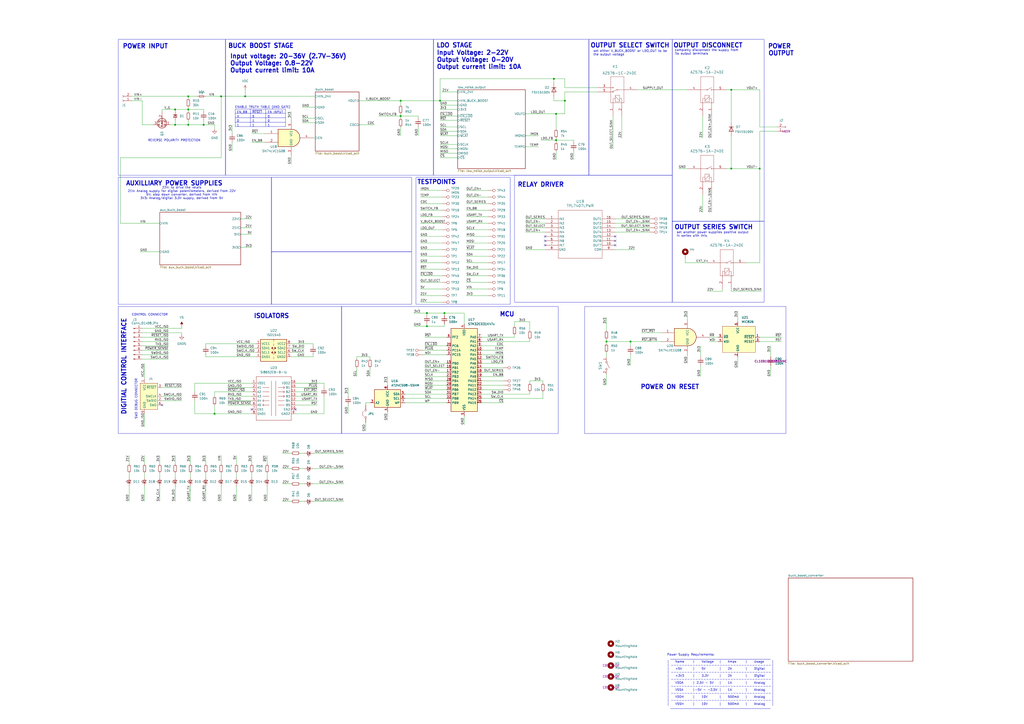
<source format=kicad_sch>
(kicad_sch (version 20250114) (generator "eeschema") (generator_version "9.0")
  (paper "A2")
  (rectangle (start 198.12 177.8) (end 323.85 251.46))
  (rectangle (start 68.58 177.8) (end 198.12 251.46))
  (rectangle (start 157.48 146.05) (end 238.76 176.53))
  (rectangle (start 389.89 128.27) (end 443.23 175.26))
  (rectangle (start 68.58 102.87) (end 157.48 176.53))
  (rectangle (start 251.46 22.86) (end 341.63 101.6))
  (rectangle (start 68.58 22.86) (end 130.81 101.6))
  (rectangle (start 157.48 102.87) (end 238.76 146.05))
  (rectangle (start 339.09 177.8) (end 455.93 251.46))
  (rectangle (start 130.81 22.86) (end 251.46 101.6))
  (rectangle (start 241.3 102.87) (end 295.91 176.53))
  (rectangle (start 298.45 101.6) (end 389.89 175.26))
  (rectangle (start 389.89 22.86) (end 443.23 128.27))
  (rectangle (start 341.63 22.86) (end 389.89 101.6))
  (text "LDO STAGE" (at 263.652 26.416 0) (effects (font (size 2.54 2.54) (thickness 0.508) (bold yes))))
  (text "set either V_BUCK_BOOST or LDO_OUT to be \nthe output voltage" (at 344.17 30.734 0) (effects (font (size 1.27 1.27) (thickness 0.1588)) (justify left)))
  (text "REVERSE POLARITY PROTECTION" (at 101.092 81.534 0) (effects (font (size 1.27 1.27) (thickness 0.1588))))
  (text "OUTPUT SELECT SWITCH" (at 342.392 26.416 0) (effects (font (size 2.54 2.54) (thickness 0.508) (bold yes)) (justify left)))
  (text "Input voltage: 20-36V (2.7V-36V)\nOutput Voltage: 0.8-22V\nOutput current limit: 10A" (at 133.35 36.83 0) (effects (font (size 2.54 2.54) (thickness 0.508) (bold yes)) (justify left)))
  (text "DIGITIAL CONTROL INTERFACE" (at 71.882 212.598 90) (effects (font (size 2.54 2.54) (thickness 0.508) (bold yes))))
  (text "POWER \nOUTPUT" (at 453.136 28.956 0) (effects (font (size 2.54 2.54) (thickness 0.508) (bold yes))))
  (text "TESTPOINTS" (at 253.238 105.664 0) (effects (font (size 2.54 2.54) (thickness 0.508) (bold yes))))
  (text "set another power supplies positive output \nin series with this" (at 392.43 135.89 0) (effects (font (size 1.27 1.27)) (justify left)))
  (text "completly disconnect the supply from \nits output terminals" (at 391.414 30.226 0) (effects (font (size 1.27 1.27) (thickness 0.1588)) (justify left)))
  (text "Input Voltage: 2-22V\nOutput Voltage: 0-20V\nOutput current limit: 10A" (at 253.238 34.798 0) (effects (font (size 2.54 2.54) (thickness 0.508) (bold yes)) (justify left)))
  (text "BUCK BOOST STAGE" (at 151.384 26.67 0) (effects (font (size 2.54 2.54) (thickness 0.508) (bold yes))))
  (text "RELAY DRIVER" (at 313.69 107.188 0) (effects (font (size 2.54 2.54) (thickness 0.508) (bold yes))))
  (text "SWD DEBUG CONNECTOR" (at 78.994 231.394 90) (effects (font (size 1.27 1.27))))
  (text "22V: to drive the relais\n21V: Analog supply for digital potentiometers, derived from 22V\n5V: step down converter, derived from VIN\n3V3: Analog/digital 3.3V supply, derived from 5V" (at 105.41 112.014 0) (effects (font (size 1.27 1.27))))
  (text "OUTPUT DISCONNECT" (at 410.718 26.416 0) (effects (font (size 2.54 2.54) (thickness 0.508) (bold yes))))
  (text "POWER ON RESET" (at 388.62 224.536 0) (effects (font (size 2.54 2.54) (thickness 0.508) (bold yes))))
  (text "OUTPUT SERIES SWITCH" (at 414.02 131.826 0) (effects (font (size 2.54 2.54) (thickness 0.508) (bold yes))))
  (text "ISOLATORS" (at 157.48 183.388 0) (effects (font (size 2.54 2.54) (thickness 0.508) (bold yes))))
  (text "Power Supply Requirements:\n  ____________________________________________________________\n|	Name	|	Voltage	|	Amps	|	Usage	|\n| -------------------------------------	|\n|	+5V		|	5V		|	2A		|	Digital	|\n| -------------------------------------	|\n|	+3V3	|	3.3V	|	2A		|	Digital	|\n| -------------------------------------	|\n|	VDDA	| 2.5V - 5V	|	1A		|	Analog	|\n| -------------------------------------	|\n|	VSSA	|-5V - -2.5V |	1A		| 	Analog	|\n| -------------------------------------	|\n|	VDDH	|	10V		|	500mA	|	Analog 	|\n| -------------------------------------	|\n|	VSSH	|	10V		|	500mA	|	Analog 	|\n  ____________________________________________________________\n" (at 386.842 395.224 0) (effects (font (size 1.27 1.27)) (justify left)))
  (text "POWER INPUT" (at 84.328 26.924 0) (effects (font (size 2.54 2.54) (thickness 0.508) (bold yes))))
  (text "CONTROL CONNECTOR" (at 86.868 182.626 0) (effects (font (size 1.27 1.27) (thickness 0.1588))))
  (text "AUXILLIARY POWER SUPPLIES" (at 101.092 106.426 0) (effects (font (size 2.54 2.54) (thickness 0.508) (bold yes))))
  (text "ENABLE TRUTH TABLE (AND GATE)" (at 152.4 62.23 0) (effects (font (size 1.27 1.27))))
  (text "MCU" (at 294.132 182.372 0) (effects (font (size 2.54 2.54) (thickness 0.508) (bold yes))))
  (junction (at 109.22 63.5))
  (junction (at 247.65 189.23))
  (junction (at 257.81 181.61))
  (junction (at 327.66 58.42))
  (junction (at 424.18 97.79))
  (junction (at 351.79 198.12))
  (junction (at 101.6 63.5))
  (junction (at 118.11 72.39))
  (junction (at 255.27 58.42))
  (junction (at 424.18 52.07))
  (junction (at 128.27 55.88))
  (junction (at 232.41 58.42))
  (junction (at 365.76 198.12))
  (junction (at 124.46 240.03))
  (junction (at 101.6 72.39))
  (junction (at 321.31 45.72))
  (junction (at 322.58 81.28))
  (junction (at 142.24 55.88))
  (junction (at 440.69 97.79))
  (junction (at 322.58 66.04))
  (junction (at 109.22 72.39))
  (junction (at 232.41 67.31))
  (junction (at 247.65 181.61))
  (junction (at 109.22 55.88))
  (no_connect (at 356.87 139.7))
  (no_connect (at 316.23 137.16))
  (no_connect (at 356.87 142.24))
  (no_connect (at 316.23 142.24))
  (no_connect (at 171.45 237.49))
  (no_connect (at 146.05 237.49))
  (no_connect (at 316.23 139.7))
  (no_connect (at 93.98 234.95))
  (no_connect (at 356.87 137.16))
  (wire (pts (xy 76.2 55.88) (xy 109.22 55.88)))
  (wire (pts (xy 298.45 186.69) (xy 298.45 189.23)))
  (wire (pts (xy 93.98 63.5) (xy 93.98 64.77)))
  (wire (pts (xy 450.85 73.66) (xy 440.69 73.66)))
  (wire (pts (xy 307.34 220.98) (xy 314.96 220.98)))
  (wire (pts (xy 132.08 234.95) (xy 146.05 234.95)))
  (wire (pts (xy 259.08 200.66) (xy 246.38 200.66)))
  (wire (pts (xy 356.87 144.78) (xy 368.3 144.78)))
  (wire (pts (xy 232.41 68.58) (xy 232.41 67.31)))
  (wire (pts (xy 255.27 88.9) (xy 265.43 88.9)))
  (wire (pts (xy 332.74 81.28) (xy 332.74 82.55)))
  (wire (pts (xy 175.26 62.23) (xy 182.88 62.23)))
  (wire (pts (xy 257.81 187.96) (xy 257.81 189.23)))
  (wire (pts (xy 171.45 222.25) (xy 187.96 222.25)))
  (wire (pts (xy 124.46 227.33) (xy 124.46 229.87)))
  (wire (pts (xy 181.61 262.89) (xy 199.39 262.89)))
  (wire (pts (xy 351.79 198.12) (xy 351.79 199.39)))
  (wire (pts (xy 232.41 67.31) (xy 232.41 66.04)))
  (wire (pts (xy 168.91 207.01) (xy 181.61 207.01)))
  (wire (pts (xy 101.6 63.5) (xy 101.6 64.77)))
  (wire (pts (xy 82.55 200.66) (xy 97.79 200.66)))
  (wire (pts (xy 447.04 212.09) (xy 447.04 218.44)))
  (wire (pts (xy 407.67 80.01) (xy 407.67 67.31)))
  (wire (pts (xy 105.41 193.04) (xy 105.41 194.31)))
  (wire (pts (xy 82.55 58.42) (xy 76.2 58.42)))
  (wire (pts (xy 243.84 152.4) (xy 256.54 152.4)))
  (wire (pts (xy 411.48 195.58) (xy 416.56 195.58)))
  (wire (pts (xy 246.38 215.9) (xy 259.08 215.9)))
  (wire (pts (xy 99.06 72.39) (xy 101.6 72.39)))
  (wire (pts (xy 124.46 240.03) (xy 146.05 240.03)))
  (wire (pts (xy 168.91 204.47) (xy 176.53 204.47)))
  (wire (pts (xy 327.66 53.34) (xy 327.66 58.42)))
  (wire (pts (xy 171.45 232.41) (xy 184.15 232.41)))
  (wire (pts (xy 128.27 281.94) (xy 128.27 290.83)))
  (wire (pts (xy 255.27 63.5) (xy 265.43 63.5)))
  (wire (pts (xy 92.71 264.16) (xy 92.71 269.24)))
  (wire (pts (xy 101.6 281.94) (xy 101.6 290.83)))
  (wire (pts (xy 424.18 168.91) (xy 441.96 168.91)))
  (wire (pts (xy 243.84 148.59) (xy 256.54 148.59)))
  (wire (pts (xy 181.61 80.01) (xy 182.88 80.01)))
  (wire (pts (xy 175.26 71.12) (xy 182.88 71.12)))
  (wire (pts (xy 256.54 53.34) (xy 265.43 53.34)))
  (wire (pts (xy 214.63 213.36) (xy 214.63 218.44)))
  (wire (pts (xy 212.09 233.68) (xy 212.09 234.95)))
  (wire (pts (xy 270.51 171.45) (xy 283.21 171.45)))
  (wire (pts (xy 360.68 67.31) (xy 360.68 80.01)))
  (wire (pts (xy 173.99 290.83) (xy 176.53 290.83)))
  (wire (pts (xy 137.16 274.32) (xy 137.16 276.86)))
  (wire (pts (xy 219.71 67.31) (xy 232.41 67.31)))
  (wire (pts (xy 173.99 280.67) (xy 176.53 280.67)))
  (wire (pts (xy 243.84 133.35) (xy 256.54 133.35)))
  (wire (pts (xy 119.38 281.94) (xy 119.38 290.83)))
  (wire (pts (xy 279.4 198.12) (xy 307.34 198.12)))
  (wire (pts (xy 397.51 152.4) (xy 410.21 152.4)))
  (wire (pts (xy 243.84 167.64) (xy 256.54 167.64)))
  (wire (pts (xy 321.31 45.72) (xy 321.31 48.26)))
  (wire (pts (xy 212.09 245.11) (xy 212.09 250.19)))
  (wire (pts (xy 128.27 264.16) (xy 128.27 269.24)))
  (wire (pts (xy 142.24 55.88) (xy 182.88 55.88)))
  (wire (pts (xy 82.55 198.12) (xy 97.79 198.12)))
  (wire (pts (xy 246.38 223.52) (xy 259.08 223.52)))
  (wire (pts (xy 110.49 281.94) (xy 110.49 290.83)))
  (wire (pts (xy 246.38 218.44) (xy 259.08 218.44)))
  (wire (pts (xy 279.4 218.44) (xy 292.1 218.44)))
  (wire (pts (xy 269.24 246.38) (xy 269.24 241.3)))
  (wire (pts (xy 212.09 233.68) (xy 214.63 233.68)))
  (wire (pts (xy 424.18 52.07) (xy 424.18 71.12)))
  (wire (pts (xy 173.99 262.89) (xy 176.53 262.89)))
  (wire (pts (xy 181.61 271.78) (xy 199.39 271.78)))
  (wire (pts (xy 304.8 134.62) (xy 316.23 134.62)))
  (wire (pts (xy 187.96 222.25) (xy 187.96 224.79)))
  (wire (pts (xy 132.08 229.87) (xy 146.05 229.87)))
  (wire (pts (xy 421.64 52.07) (xy 424.18 52.07)))
  (wire (pts (xy 181.61 199.39) (xy 181.61 200.66)))
  (wire (pts (xy 83.82 274.32) (xy 83.82 276.86)))
  (wire (pts (xy 232.41 78.74) (xy 232.41 73.66)))
  (wire (pts (xy 168.91 199.39) (xy 181.61 199.39)))
  (wire (pts (xy 424.18 52.07) (xy 440.69 52.07)))
  (wire (pts (xy 279.4 220.98) (xy 292.1 220.98)))
  (wire (pts (xy 314.96 220.98) (xy 314.96 222.25)))
  (wire (pts (xy 351.79 217.17) (xy 351.79 223.52)))
  (wire (pts (xy 270.51 152.4) (xy 283.21 152.4)))
  (wire (pts (xy 322.58 81.28) (xy 322.58 82.55)))
  (wire (pts (xy 109.22 63.5) (xy 109.22 64.77)))
  (wire (pts (xy 208.28 72.39) (xy 217.17 72.39)))
  (wire (pts (xy 110.49 274.32) (xy 110.49 276.86)))
  (wire (pts (xy 365.76 198.12) (xy 365.76 200.66)))
  (wire (pts (xy 154.94 264.16) (xy 154.94 269.24)))
  (wire (pts (xy 243.84 121.92) (xy 256.54 121.92)))
  (wire (pts (xy 243.84 110.49) (xy 256.54 110.49)))
  (wire (pts (xy 83.82 240.03) (xy 83.82 247.65)))
  (wire (pts (xy 255.27 58.42) (xy 265.43 58.42)))
  (wire (pts (xy 279.4 200.66) (xy 292.1 200.66)))
  (wire (pts (xy 119.38 200.66) (xy 119.38 199.39)))
  (wire (pts (xy 304.8 129.54) (xy 316.23 129.54)))
  (wire (pts (xy 421.64 97.79) (xy 424.18 97.79)))
  (wire (pts (xy 365.76 198.12) (xy 383.54 198.12)))
  (wire (pts (xy 243.84 140.97) (xy 256.54 140.97)))
  (wire (pts (xy 356.87 129.54) (xy 377.19 129.54)))
  (wire (pts (xy 246.38 213.36) (xy 259.08 213.36)))
  (wire (pts (xy 168.91 64.77) (xy 168.91 69.85)))
  (wire (pts (xy 322.58 92.71) (xy 322.58 87.63)))
  (wire (pts (xy 351.79 204.47) (xy 351.79 207.01)))
  (wire (pts (xy 393.7 97.79) (xy 398.78 97.79)))
  (wire (pts (xy 242.57 67.31) (xy 242.57 68.58)))
  (wire (pts (xy 307.34 228.6) (xy 307.34 227.33)))
  (wire (pts (xy 69.85 91.44) (xy 128.27 91.44)))
  (wire (pts (xy 246.38 195.58) (xy 259.08 195.58)))
  (wire (pts (xy 304.8 85.09) (xy 312.42 85.09)))
  (wire (pts (xy 243.84 175.26) (xy 256.54 175.26)))
  (wire (pts (xy 119.38 199.39) (xy 148.59 199.39)))
  (wire (pts (xy 351.79 184.15) (xy 351.79 191.77)))
  (wire (pts (xy 427.99 180.34) (xy 427.99 186.69)))
  (wire (pts (xy 139.7 143.51) (xy 146.05 143.51)))
  (wire (pts (xy 440.69 195.58) (xy 453.39 195.58)))
  (wire (pts (xy 101.6 72.39) (xy 109.22 72.39)))
  (wire (pts (xy 137.16 204.47) (xy 148.59 204.47)))
  (wire (pts (xy 270.51 125.73) (xy 283.21 125.73)))
  (wire (pts (xy 124.46 72.39) (xy 124.46 74.93)))
  (wire (pts (xy 307.34 220.98) (xy 307.34 222.25)))
  (wire (pts (xy 201.93 234.95) (xy 201.93 240.03)))
  (wire (pts (xy 270.51 118.11) (xy 283.21 118.11)))
  (wire (pts (xy 234.95 233.68) (xy 259.08 233.68)))
  (wire (pts (xy 171.45 227.33) (xy 184.15 227.33)))
  (wire (pts (xy 322.58 80.01) (xy 322.58 81.28)))
  (wire (pts (xy 365.76 205.74) (xy 365.76 212.09)))
  (wire (pts (xy 93.98 63.5) (xy 101.6 63.5)))
  (wire (pts (xy 81.28 146.05) (xy 92.71 146.05)))
  (wire (pts (xy 234.95 228.6) (xy 259.08 228.6)))
  (wire (pts (xy 255.27 45.72) (xy 255.27 58.42)))
  (wire (pts (xy 234.95 231.14) (xy 259.08 231.14)))
  (wire (pts (xy 240.03 189.23) (xy 247.65 189.23)))
  (wire (pts (xy 119.38 55.88) (xy 128.27 55.88)))
  (wire (pts (xy 307.34 186.69) (xy 307.34 191.77)))
  (wire (pts (xy 372.11 193.04) (xy 383.54 193.04)))
  (wire (pts (xy 109.22 55.88) (xy 109.22 57.15)))
  (wire (pts (xy 314.96 231.14) (xy 314.96 227.33)))
  (wire (pts (xy 279.4 213.36) (xy 292.1 213.36)))
  (wire (pts (xy 255.27 76.2) (xy 265.43 76.2)))
  (wire (pts (xy 113.03 232.41) (xy 113.03 240.03)))
  (wire (pts (xy 139.7 132.08) (xy 146.05 132.08)))
  (wire (pts (xy 171.45 234.95) (xy 184.15 234.95)))
  (wire (pts (xy 270.51 121.92) (xy 283.21 121.92)))
  (wire (pts (xy 279.4 205.74) (xy 292.1 205.74)))
  (wire (pts (xy 146.05 77.47) (xy 153.67 77.47)))
  (wire (pts (xy 101.6 63.5) (xy 109.22 63.5)))
  (wire (pts (xy 369.57 52.07) (xy 398.78 52.07)))
  (wire (pts (xy 113.03 222.25) (xy 113.03 227.33)))
  (wire (pts (xy 327.66 50.8) (xy 346.71 50.8)))
  (wire (pts (xy 351.79 196.85) (xy 351.79 198.12)))
  (wire (pts (xy 255.27 73.66) (xy 265.43 73.66)))
  (wire (pts (xy 109.22 69.85) (xy 109.22 72.39)))
  (wire (pts (xy 279.4 203.2) (xy 292.1 203.2)))
  (wire (pts (xy 412.75 113.03) (xy 412.75 123.19)))
  (wire (pts (xy 82.55 190.5) (xy 105.41 190.5)))
  (wire (pts (xy 232.41 58.42) (xy 232.41 60.96)))
  (wire (pts (xy 304.8 132.08) (xy 316.23 132.08)))
  (wire (pts (xy 119.38 264.16) (xy 119.38 269.24)))
  (wire (pts (xy 255.27 86.36) (xy 265.43 86.36)))
  (wire (pts (xy 247.65 181.61) (xy 247.65 182.88)))
  (wire (pts (xy 270.51 167.64) (xy 283.21 167.64)))
  (wire (pts (xy 82.55 58.42) (xy 82.55 72.39)))
  (wire (pts (xy 270.51 163.83) (xy 283.21 163.83)))
  (wire (pts (xy 243.84 144.78) (xy 256.54 144.78)))
  (wire (pts (xy 270.51 144.78) (xy 283.21 144.78)))
  (wire (pts (xy 424.18 78.74) (xy 424.18 97.79)))
  (wire (pts (xy 269.24 181.61) (xy 269.24 187.96)))
  (wire (pts (xy 321.31 58.42) (xy 327.66 58.42)))
  (wire (pts (xy 397.51 149.86) (xy 397.51 152.4)))
  (wire (pts (xy 327.66 45.72) (xy 321.31 45.72)))
  (wire (pts (xy 93.98 232.41) (xy 105.41 232.41)))
  (wire (pts (xy 407.67 123.19) (xy 407.67 113.03)))
  (wire (pts (xy 124.46 234.95) (xy 124.46 240.03)))
  (wire (pts (xy 242.57 78.74) (xy 242.57 73.66)))
  (wire (pts (xy 265.43 67.31) (xy 255.27 67.31)))
  (wire (pts (xy 132.08 232.41) (xy 146.05 232.41)))
  (wire (pts (xy 168.91 201.93) (xy 176.53 201.93)))
  (wire (pts (xy 419.1 168.91) (xy 419.1 167.64)))
  (wire (pts (xy 270.51 133.35) (xy 283.21 133.35)))
  (wire (pts (xy 304.8 66.04) (xy 322.58 66.04)))
  (wire (pts (xy 255.27 60.96) (xy 265.43 60.96)))
  (wire (pts (xy 92.71 281.94) (xy 92.71 290.83)))
  (wire (pts (xy 82.55 208.28) (xy 97.79 208.28)))
  (wire (pts (xy 243.84 125.73) (xy 256.54 125.73)))
  (wire (pts (xy 243.84 171.45) (xy 256.54 171.45)))
  (wire (pts (xy 168.91 90.17) (xy 168.91 95.25)))
  (wire (pts (xy 109.22 63.5) (xy 118.11 63.5)))
  (wire (pts (xy 224.79 218.44) (xy 224.79 223.52)))
  (wire (pts (xy 109.22 72.39) (xy 118.11 72.39)))
  (wire (pts (xy 440.69 73.66) (xy 440.69 52.07)))
  (wire (pts (xy 279.4 210.82) (xy 292.1 210.82)))
  (wire (pts (xy 137.16 201.93) (xy 148.59 201.93)))
  (wire (pts (xy 128.27 55.88) (xy 128.27 91.44)))
  (wire (pts (xy 110.49 264.16) (xy 110.49 269.24)))
  (wire (pts (xy 146.05 264.16) (xy 146.05 269.24)))
  (wire (pts (xy 279.4 226.06) (xy 292.1 226.06)))
  (wire (pts (xy 304.8 127) (xy 316.23 127)))
  (wire (pts (xy 351.79 198.12) (xy 365.76 198.12)))
  (wire (pts (xy 124.46 227.33) (xy 146.05 227.33)))
  (wire (pts (xy 118.11 72.39) (xy 124.46 72.39)))
  (wire (pts (xy 163.83 262.89) (xy 168.91 262.89)))
  (wire (pts (xy 163.83 280.67) (xy 168.91 280.67)))
  (wire (pts (xy 119.38 205.74) (xy 119.38 207.01)))
  (wire (pts (xy 232.41 67.31) (xy 242.57 67.31)))
  (wire (pts (xy 270.51 110.49) (xy 283.21 110.49)))
  (wire (pts (xy 243.84 156.21) (xy 256.54 156.21)))
  (wire (pts (xy 245.11 205.74) (xy 259.08 205.74)))
  (wire (pts (xy 406.4 200.66) (xy 406.4 207.01)))
  (wire (pts (xy 240.03 181.61) (xy 247.65 181.61)))
  (wire (pts (xy 246.38 220.98) (xy 259.08 220.98)))
  (wire (pts (xy 83.82 264.16) (xy 83.82 269.24)))
  (wire (pts (xy 447.04 200.66) (xy 447.04 207.01)))
  (wire (pts (xy 171.45 229.87) (xy 184.15 229.87)))
  (wire (pts (xy 82.55 203.2) (xy 97.79 203.2)))
  (wire (pts (xy 208.28 58.42) (xy 232.41 58.42)))
  (wire (pts (xy 257.81 181.61) (xy 269.24 181.61)))
  (wire (pts (xy 113.03 240.03) (xy 124.46 240.03)))
  (wire (pts (xy 246.38 210.82) (xy 259.08 210.82)))
  (wire (pts (xy 270.51 129.54) (xy 283.21 129.54)))
  (wire (pts (xy 321.31 55.88) (xy 321.31 58.42)))
  (wire (pts (xy 298.45 186.69) (xy 307.34 186.69)))
  (wire (pts (xy 243.84 129.54) (xy 256.54 129.54)))
  (wire (pts (xy 327.66 58.42) (xy 327.66 66.04)))
  (wire (pts (xy 270.51 137.16) (xy 283.21 137.16)))
  (wire (pts (xy 313.69 81.28) (xy 322.58 81.28)))
  (wire (pts (xy 201.93 224.79) (xy 201.93 229.87)))
  (wire (pts (xy 356.87 127) (xy 377.19 127)))
  (wire (pts (xy 207.01 207.01) (xy 207.01 208.28)))
  (wire (pts (xy 356.87 134.62) (xy 377.19 134.62)))
  (wire (pts (xy 243.84 114.3) (xy 256.54 114.3)))
  (wire (pts (xy 119.38 207.01) (xy 148.59 207.01)))
  (wire (pts (xy 154.94 274.32) (xy 154.94 276.86)))
  (wire (pts (xy 173.99 271.78) (xy 176.53 271.78)))
  (wire (pts (xy 279.4 195.58) (xy 298.45 195.58)))
  (wire (pts (xy 246.38 226.06) (xy 259.08 226.06)))
  (wire (pts (xy 139.7 135.89) (xy 146.05 135.89)))
  (wire (pts (xy 322.58 66.04) (xy 322.58 74.93)))
  (wire (pts (xy 128.27 55.88) (xy 142.24 55.88)))
  (wire (pts (xy 440.69 152.4) (xy 433.07 152.4)))
  (wire (pts (xy 134.62 72.39) (xy 134.62 77.47)))
  (wire (pts (xy 181.61 280.67) (xy 199.39 280.67)))
  (wire (pts (xy 92.71 274.32) (xy 92.71 276.86)))
  (wire (pts (xy 279.4 233.68) (xy 292.1 233.68)))
  (wire (pts (xy 270.51 156.21) (xy 283.21 156.21)))
  (wire (pts (xy 109.22 55.88) (xy 114.3 55.88)))
  (wire (pts (xy 128.27 274.32) (xy 128.27 276.86)))
  (wire (pts (xy 279.4 208.28) (xy 292.1 208.28)))
  (wire (pts (xy 74.93 281.94) (xy 74.93 290.83)))
  (wire (pts (xy 181.61 290.83) (xy 199.39 290.83)))
  (wire (pts (xy 101.6 264.16) (xy 101.6 269.24)))
  (wire (pts (xy 398.78 180.34) (xy 398.78 185.42)))
  (wire (pts (xy 255.27 69.85) (xy 265.43 69.85)))
  (wire (pts (xy 232.41 58.42) (xy 255.27 58.42)))
  (wire (pts (xy 109.22 62.23) (xy 109.22 63.5)))
  (wire (pts (xy 270.51 114.3) (xy 283.21 114.3)))
  (wire (pts (xy 440.69 97.79) (xy 440.69 152.4)))
  (wire (pts (xy 279.4 228.6) (xy 307.34 228.6)))
  (wire (pts (xy 440.69 198.12) (xy 453.39 198.12)))
  (wire (pts (xy 83.82 210.82) (xy 83.82 219.71)))
  (wire (pts (xy 187.96 229.87) (xy 187.96 240.03)))
  (wire (pts (xy 355.6 67.31) (xy 355.6 86.36)))
  (wire (pts (xy 279.4 215.9) (xy 292.1 215.9)))
  (wire (pts (xy 243.84 163.83) (xy 256.54 163.83)))
  (wire (pts (xy 113.03 222.25) (xy 146.05 222.25)))
  (wire (pts (xy 427.99 207.01) (xy 427.99 213.36)))
  (wire (pts (xy 257.81 181.61) (xy 257.81 182.88)))
  (wire (pts (xy 398.78 205.74) (xy 398.78 210.82)))
  (wire (pts (xy 450.85 76.2) (xy 440.69 76.2)))
  (wire (pts (xy 247.65 189.23) (xy 247.65 187.96)))
  (wire (pts (xy 119.38 274.32) (xy 119.38 276.86)))
  (wire (pts (xy 356.87 132.08) (xy 377.19 132.08)))
  (wire (pts (xy 257.81 189.23) (xy 247.65 189.23)))
  (wire (pts (xy 146.05 82.55) (xy 153.67 82.55)))
  (wire (pts (xy 146.05 274.32) (xy 146.05 276.86)))
  (wire (pts (xy 82.55 205.74) (xy 97.79 205.74)))
  (wire (pts (xy 270.51 148.59) (xy 283.21 148.59)))
  (wire (pts (xy 279.4 231.14) (xy 314.96 231.14)))
  (wire (pts (xy 327.66 50.8) (xy 327.66 45.72)))
  (wire (pts (xy 163.83 290.83) (xy 168.91 290.83)))
  (wire (pts (xy 410.21 168.91) (xy 419.1 168.91)))
  (wire (pts (xy 175.26 68.58) (xy 182.88 68.58)))
  (wire (pts (xy 171.45 224.79) (xy 184.15 224.79)))
  (wire (pts (xy 82.55 193.04) (xy 105.41 193.04)))
  (wire (pts (xy 279.4 223.52) (xy 292.1 223.52)))
  (wire (pts (xy 154.94 281.94) (xy 154.94 290.83)))
  (wire (pts (xy 321.31 45.72) (xy 255.27 45.72)))
  (wire (pts (xy 255.27 78.74) (xy 265.43 78.74)))
  (wire (pts (xy 146.05 281.94) (xy 146.05 290.83)))
  (wire (pts (xy 322.58 81.28) (xy 332.74 81.28)))
  (wire (pts (xy 298.45 194.31) (xy 298.45 195.58)))
  (wire (pts (xy 105.41 189.23) (xy 105.41 190.5)))
  (wire (pts (xy 243.84 137.16) (xy 256.54 137.16)))
  (wire (pts (xy 82.55 195.58) (xy 97.79 195.58)))
  (wire (pts (xy 163.83 271.78) (xy 168.91 271.78)))
  (wire (pts (xy 243.84 118.11) (xy 256.54 118.11)))
  (wire (pts (xy 322.58 66.04) (xy 327.66 66.04)))
  (wire (pts (xy 304.8 78.74) (xy 312.42 78.74)))
  (wire (pts (xy 118.11 63.5) (xy 118.11 64.77)))
  (wire (pts (xy 346.71 53.34) (xy 327.66 53.34)))
  (wire (pts (xy 304.8 144.78) (xy 316.23 144.78)))
  (wire (pts (xy 424.18 97.79) (xy 440.69 97.79)))
  (wire (pts (xy 74.93 274.32) (xy 74.93 276.86)))
  (wire (pts (xy 132.08 224.79) (xy 146.05 224.79)))
  (wire (pts (xy 69.85 91.44) (xy 69.85 129.54)))
  (wire (pts (xy 424.18 167.64) (xy 424.18 168.91)))
  (wire (pts (xy 171.45 240.03) (xy 187.96 240.03)))
  (wire (pts (xy 245.11 203.2) (xy 259.08 203.2)))
  (wire (pts (xy 406.4 212.09) (xy 406.4 218.44)))
  (wire (pts (xy 270.51 160.02) (xy 283.21 160.02)))
  (wire (pts (xy 83.82 281.94) (xy 83.82 290.83)))
  (wire (pts (xy 224.79 238.76) (xy 224.79 243.84)))
  (wire (pts (xy 412.75 67.31) (xy 412.75 80.01)))
  (wire (pts (xy 255.27 91.44) (xy 265.43 91.44)))
  (wire (pts (xy 118.11 69.85) (xy 118.11 72.39)))
  (wire (pts (xy 139.7 127) (xy 146.05 127)))
  (wire (pts (xy 255.27 83.82) (xy 265.43 83.82)))
  (wire (pts (xy 440.69 76.2) (xy 440.69 97.79)))
  (wire (pts (xy 270.51 140.97) (xy 283.21 140.97)))
  (wire (pts (xy 137.16 281.94) (xy 137.16 290.83)))
  (wire (pts (xy 101.6 69.85) (xy 101.6 72.39)))
  (wire (pts (xy 411.48 198.12) (xy 416.56 198.12)))
  (wire (pts (xy 307.34 196.85) (xy 307.34 198.12)))
  (wire (pts (xy 332.74 92.71) (xy 332.74 87.63)))
  (wire (pts (xy 101.6 274.32) (xy 101.6 276.86)))
  (wire (pts (xy 74.93 264.16) (xy 74.93 269.24)))
  (wire (pts (xy 207.01 207.01) (xy 214.63 207.01)))
  (wire (pts (xy 257.81 181.61) (xy 247.65 181.61)))
  (wire (pts (xy 207.01 213.36) (xy 207.01 218.44)))
  (wire (pts (xy 137.16 264.16) (xy 137.16 269.24)))
  (wire (pts (xy 82.55 72.39) (xy 88.9 72.39)))
  (wire (pts (xy 142.24 52.07) (xy 142.24 55.88)))
  (wire (pts (xy 214.63 207.01) (xy 214.63 208.28)))
  (wire (pts (xy 93.98 229.87) (xy 105.41 229.87)))
  (wire (pts (xy 93.98 224.79) (xy 105.41 224.79)))
  (wire (pts (xy 243.84 160.02) (xy 256.54 160.02)))
  (wire (pts (xy 134.62 82.55) (xy 134.62 87.63)))
  (wire (pts (xy 69.85 129.54) (xy 92.71 129.54)))
  (wire (pts (xy 181.61 205.74) (xy 181.61 207.01)))
  (table (column_count 3) (border (external yes) (header yes)) (separators (rows yes) (cols yes)) (column_widths 8.89 8.89 11.43) (row_heights 2.54 2.54 2.54 2.54) (cells (table_cell "EN_BB" (at 136.398 63.246 0) (size 8.89 2.54) (margins 0.9525 0.9525 0.9525 0.9525) (span 1 1)) (table_cell "~{RESET}" (at 145.288 63.246 0) (size 8.89 2.54) (margins 0.9525 0.9525 0.9525 0.9525) (span 1 1)) (table_cell "EN INPUT" (at 154.178 63.246 0) (size 11.43 2.54) (margins 0.9525 0.9525 0.9525 0.9525) (span 1 1)) (table_cell "X" (at 136.398 65.786 0) (size 8.89 2.54) (margins 0.9525 0.9525 0.9525 0.9525) (span 1 1)) (table_cell "0" (at 145.288 65.786 0) (size 8.89 2.54) (margins 0.9525 0.9525 0.9525 0.9525) (span 1 1)) (table_cell "0" (at 154.178 65.786 0) (size 11.43 2.54) (margins 0.9525 0.9525 0.9525 0.9525) (span 1 1)) (table_cell "0" (at 136.398 68.326 0) (size 8.89 2.54) (margins 0.9525 0.9525 0.9525 0.9525) (span 1 1)) (table_cell "1" (at 145.288 68.326 0) (size 8.89 2.54) (margins 0.9525 0.9525 0.9525 0.9525) (span 1 1)) (table_cell "0" (at 154.178 68.326 0) (size 11.43 2.54) (margins 0.9525 0.9525 0.9525 0.9525) (span 1 1)) (table_cell "1" (at 136.398 70.866 0) (size 8.89 2.54) (margins 0.9525 0.9525 0.9525 0.9525) (span 1 1)) (table_cell "1" (at 145.288 70.866 0) (size 8.89 2.54) (margins 0.9525 0.9525 0.9525 0.9525) (span 1 1)) (table_cell "1" (at 154.178 70.866 0) (size 11.43 2.54) (margins 0.9525 0.9525 0.9525 0.9525) (span 1 1))))
  (label "OUT_EN+" (at 304.8 134.62 0))
  (label "GND_ISO" (at 97.79 193.04 180))
  (label "22V" (at 163.83 271.78 0))
  (label "3V3" (at 351.79 184.15 270))
  (label "LDO_FB" (at 243.84 125.73 0))
  (label "GND" (at 242.57 78.74 90))
  (label "OUT_SELECT" (at 304.8 132.08 0))
  (label "SWCLK_ISO" (at 105.41 229.87 180))
  (label "3V3" (at 255.27 63.5 0) (effects (font (thickness 0.1588))))
  (label "GND" (at 83.82 290.83 90))
  (label "~{EN_LDO}" (at 246.38 200.66 0))
  (label "V_G" (at 95.25 63.5 0))
  (label "VIN" (at 124.46 55.88 180))
  (label "SW_CLK" (at 270.51 160.02 0))
  (label "OUT_SELECT_SINK" (at 377.19 132.08 180))
  (label "~{EN_LDO}" (at 255.27 67.31 0))
  (label "~{RESET_ISO}" (at 105.41 224.79 180))
  (label "VIN+" (at 82.55 55.88 180))
  (label "MISO" (at 270.51 137.16 0))
  (label "~{WLAT}" (at 255.27 78.74 0) (effects (font (thickness 0.1588))))
  (label "~{POWER_SENSE}" (at 97.79 203.2 180))
  (label "3V3" (at 224.79 218.44 270))
  (label "IMON" (at 243.84 110.49 0))
  (label "GND_ISO" (at 137.16 207.01 0))
  (label "LDO_OUT" (at 243.84 133.35 0))
  (label "VCC_ISO" (at 83.82 210.82 270))
  (label "~{RST}" (at 146.05 77.47 0))
  (label "SW_DIO" (at 292.1 228.6 180))
  (label "GND" (at 240.03 189.23 0))
  (label "GND" (at 168.91 95.25 90))
  (label "~{EXT_RST}" (at 372.11 193.04 0))
  (label "SW_DIO" (at 270.51 156.21 0))
  (label "SCL" (at 246.38 231.14 0))
  (label "OUT_SERIES" (at 304.8 127 0))
  (label "SWITCH_FB" (at 292.1 208.28 180))
  (label "SCLK" (at 255.27 83.82 0))
  (label "OUT_SERIES" (at 270.51 118.11 0))
  (label "SW_DIO" (at 101.6 290.83 90))
  (label "GND" (at 243.84 137.16 0))
  (label "VCC_ISO" (at 137.16 199.39 0))
  (label "3V3" (at 300.99 186.69 0))
  (label "OUT_SELECT" (at 246.38 213.36 0))
  (label "GND" (at 243.84 152.4 0))
  (label "SCL" (at 270.51 152.4 0))
  (label "SWITCH_FB" (at 219.71 67.31 0))
  (label "RXD_ISO" (at 132.08 229.87 0))
  (label "IMON" (at 292.1 205.74 180))
  (label "GND" (at 398.78 210.82 90))
  (label "GND" (at 184.15 240.03 180))
  (label "GND" (at 255.27 60.96 0))
  (label "3V3" (at 406.4 200.66 270))
  (label "WDI" (at 411.48 198.12 0))
  (label "GND" (at 365.76 212.09 90))
  (label "USART_TX" (at 292.1 195.58 180))
  (label "GND" (at 232.41 78.74 90))
  (label "GND" (at 224.79 243.84 90))
  (label "22V" (at 243.84 175.26 0))
  (label "USART_RX" (at 292.1 198.12 180))
  (label "SWCLK_ISO" (at 137.16 204.47 0))
  (label "3V3" (at 119.38 264.16 270))
  (label "SUPPLY_OUT" (at 384.81 52.07 180))
  (label "SWCLK_ISO" (at 97.79 208.28 180))
  (label "3V3" (at 134.62 72.39 270))
  (label "CDC" (at 292.1 200.66 180))
  (label "SWDIO_ISO" (at 137.16 201.93 0))
  (label "LDO_OUT" (at 316.23 66.04 180))
  (label "GND" (at 128.27 290.83 90))
  (label "SCL" (at 255.27 73.66 0))
  (label "SWITCH_FB" (at 243.84 121.92 0))
  (label "MOSI" (at 270.51 140.97 0))
  (label "USART_TX" (at 110.49 290.83 90))
  (label "GND" (at 304.8 144.78 0))
  (label "3V3" (at 240.03 181.61 0))
  (label "~{RST_BTTN}" (at 372.11 198.12 0))
  (label "5V" (at 243.84 167.64 0))
  (label "TXD_ISO" (at 97.79 200.66 180))
  (label "GND" (at 74.93 290.83 90))
  (label "~{RST}" (at 154.94 264.16 270))
  (label "22V" (at 163.83 262.89 0))
  (label "~{RST}" (at 453.39 195.58 180))
  (label "~{CS}" (at 292.1 233.68 180))
  (label "GND" (at 269.24 246.38 90) (effects (font (thickness 0.1588))))
  (label "SCL" (at 175.26 68.58 0))
  (label "GND" (at 137.16 290.83 90))
  (label "VCC_ISO" (at 97.79 190.5 180))
  (label "LDO_FB" (at 313.69 81.28 0))
  (label "~{CS}" (at 255.27 91.44 0))
  (label "SW_CLK" (at 176.53 204.47 180))
  (label "GND" (at 332.74 92.71 90))
  (label "GND" (at 322.58 92.71 90))
  (label "~{PLUG}" (at 246.38 203.2 0))
  (label "OUT_EN+_SINK" (at 199.39 280.67 180))
  (label "3V3" (at 209.55 207.01 0))
  (label "~{RESET_ISO}" (at 97.79 195.58 180))
  (label "MOSI" (at 246.38 223.52 0))
  (label "V_BUCK_BOOST" (at 243.84 129.54 0))
  (label "22V" (at 146.05 127 180))
  (label "GND" (at 427.99 213.36 90))
  (label "5V" (at 137.16 264.16 270))
  (label "VIN-" (at 82.55 58.42 180))
  (label "~{EN_LDO}" (at 243.84 160.02 0))
  (label "CDC" (at 243.84 118.11 0))
  (label "EXT_V+" (at 403.86 152.4 0))
  (label "SW_DIO" (at 176.53 201.93 180))
  (label "22V" (at 83.82 264.16 270))
  (label "3V3" (at 101.6 264.16 270))
  (label "TEMP" (at 312.42 85.09 180))
  (label "SDA" (at 255.27 76.2 0))
  (label "3V3" (at 92.71 264.16 270))
  (label "GND" (at 212.09 250.19 90))
  (label "GND" (at 243.84 140.97 0))
  (label "SCLK" (at 270.51 133.35 0))
  (label "VIN" (at 128.27 264.16 270))
  (label "MISO" (at 246.38 220.98 0))
  (label "SCLK" (at 246.38 218.44 0))
  (label "22V" (at 163.83 280.67 0))
  (label "OUT_SERIES" (at 292.1 215.9 180))
  (label "OUT_SERIES_SINK" (at 441.96 168.91 180))
  (label "3V3" (at 184.15 222.25 180))
  (label "SCL" (at 207.01 218.44 90))
  (label "GND" (at 243.84 144.78 0))
  (label "~{WLAT}" (at 246.38 226.06 0) (effects (font (thickness 0.1588))))
  (label "GND" (at 393.7 97.79 0))
  (label "SW_CLK" (at 92.71 290.83 90))
  (label "3V3" (at 168.91 64.77 270))
  (label "3V3" (at 146.05 143.51 180))
  (label "OUT_EN+_SINK" (at 412.75 80.01 90))
  (label "~{RST}" (at 255.27 69.85 0))
  (label "USART_RX" (at 270.51 129.54 0))
  (label "WP" (at 246.38 233.68 0))
  (label "SW_CLK" (at 292.1 231.14 180))
  (label "SWDIO_ISO" (at 105.41 232.41 180))
  (label "~{PLUG}" (at 184.15 224.79 180))
  (label "22V" (at 360.68 80.01 90))
  (label "22V" (at 410.21 168.91 0))
  (label "GND" (at 447.04 218.44 90))
  (label "VCC_ISO" (at 132.08 222.25 0))
  (label "OUT_SELECT" (at 243.84 163.83 0))
  (label "SDA" (at 246.38 228.6 0))
  (label "TEMP" (at 292.1 203.2 180))
  (label "OUT_EN+" (at 270.51 110.49 0))
  (label "MISO" (at 255.27 88.9 0))
  (label "RST" (at 184.15 234.95 180))
  (label "~{WLAT}" (at 270.51 144.78 0) (effects (font (thickness 0.1588))))
  (label "~{RESET_ISO}" (at 132.08 227.33 0))
  (label "~{MR}" (at 411.48 195.58 0))
  (label "VOUT+" (at 433.07 52.07 0))
  (label "GND" (at 243.84 148.59 0))
  (label "GND" (at 146.05 290.83 90))
  (label "~{RST}" (at 246.38 195.58 0))
  (label "VOUT-" (at 433.07 97.79 0))
  (label "3V3" (at 398.78 180.34 270))
  (label "~{CS}" (at 270.51 163.83 0))
  (label "~{POWER_SENSE}" (at 132.08 234.95 0))
  (label "USART_TX" (at 270.51 125.73 0))
  (label "TXD_ISO" (at 132.08 232.41 0))
  (label "22V" (at 163.83 290.83 0))
  (label "V_BUCK_BOOST" (at 212.09 58.42 0))
  (label "21V" (at 243.84 171.45 0))
  (label "GND" (at 201.93 240.03 90))
  (label "GND_ISO" (at 132.08 240.03 0))
  (label "IMON" (at 312.42 78.74 180))
  (label "GND" (at 81.28 146.05 0))
  (label "GND" (at 406.4 218.44 90))
  (label "21V" (at 146.05 132.08 180))
  (label "OUT_EN-" (at 246.38 215.9 0))
  (label "GND" (at 175.26 62.23 0))
  (label "LDO_FB" (at 292.1 210.82 180))
  (label "OUT_EN-_SINK" (at 199.39 271.78 180))
  (label "3V3" (at 201.93 224.79 270))
  (label "SDA" (at 214.63 218.44 90))
  (label "22V" (at 368.3 144.78 180))
  (label "OUT_SELECT_SINK" (at 199.39 290.83 180))
  (label "WDI" (at 246.38 205.74 0))
  (label "~{RST}" (at 243.84 156.21 0))
  (label "OUT_EN-" (at 304.8 129.54 0))
  (label "3V3" (at 427.99 180.34 270))
  (label "USART_RX" (at 119.38 290.83 90))
  (label "USART_TX" (at 184.15 232.41 180))
  (label "3V3" (at 309.88 220.98 0))
  (label "RST" (at 453.39 198.12 180))
  (label "OUT_EN-" (at 270.51 114.3 0))
  (label "22V" (at 407.67 123.19 90))
  (label "3V3" (at 110.49 264.16 270))
  (label "GND" (at 134.62 87.63 90))
  (label "EN_BB" (at 292.1 218.44 180))
  (label "VIN" (at 81.28 129.54 0))
  (label "USART_RX" (at 184.15 229.87 180))
  (label "TEMP" (at 243.84 114.3 0))
  (label "EN_BB" (at 270.51 121.92 0))
  (label "GND" (at 351.79 223.52 90))
  (label "21V" (at 256.54 53.34 0))
  (label "3V3" (at 270.51 171.45 0))
  (label "GND_ISO" (at 83.82 247.65 90))
  (label "MOSI" (at 255.27 86.36 0))
  (label "SWDIO_ISO" (at 97.79 205.74 180))
  (label "OUT_EN-_SINK" (at 377.19 129.54 180))
  (label "SDA" (at 270.51 148.59 0))
  (label "5V" (at 146.05 135.89 180))
  (label "GND" (at 154.94 290.83 90))
  (label "OUT_EN+" (at 246.38 210.82 0))
  (label "SDA" (at 175.26 71.12 0))
  (label "VIN" (at 270.51 167.64 0))
  (label "GND" (at 124.46 72.39 180))
  (label "3V3" (at 176.53 199.39 180))
  (label "EN_BB" (at 146.05 82.55 0))
  (label "OUT_SELECT_SINK" (at 355.6 86.36 90))
  (label "OUT_SERIES_SINK" (at 199.39 262.89 180))
  (label "OUT_SERIES_SINK" (at 377.19 127 180))
  (label "RXD_ISO" (at 97.79 198.12 180))
  (label "21V" (at 74.93 264.16 270))
  (label "CDC" (at 217.17 72.39 180))
  (label "GND" (at 176.53 207.01 180))
  (label "OUT_EN+_SINK" (at 377.19 134.62 180))
  (label "~{EXT_RST}" (at 184.15 227.33 180))
  (label "GND_ISO" (at 132.08 224.79 0))
  (label "3V3" (at 146.05 264.16 270))
  (label "22V" (at 407.67 80.01 90))
  (label "OUT_EN-_SINK" (at 412.75 123.19 90))
  (label "3V3" (at 447.04 200.66 270))
  (symbol (lib_id "Library:Conn_01x02_Socket") (at 455.93 76.2 0) (mirror x) (unit 1)
    (property "Reference" "J2" (at 453.136 69.85 0))
    (property "Value" "Conn_01x02_Socket" (effects (hide yes)))
    (property "Footprint" "Library:BindingPost" (effects (hide yes)))
    (property "Description" "Generic connector, single row, 01x02, script generated" (effects (hide yes)))
    (property "Digikey-Nr." "36-4109-ND" (effects (hide yes)))
    (property "Manufacturer" "Keystone Electronics" (effects (hide yes)))
    (property "Manufacturer Nr." "4109" (effects (hide yes)))
    (property "Mouser-Nr." "534-4109" (effects (hide yes)))
    (property "Manufacturer-Nr." "4109" (at 455.93 76.2 0))
  )
  (symbol (lib_id "Library:TestPoint") (at 256.54 114.3 270) (unit 1)
    (property "Reference" "TP23" (at 261.62 114.2999 90) (effects (justify left)))
    (property "Value" "TEMP" (effects (hide yes)))
    (property "Footprint" "Library:TestPoint_Pad_D1.0mm" (effects (hide yes)))
    (property "Description" "test point" (effects (hide yes)))
  )
  (symbol (lib_id "Library:MountingHole") (at 354.33 379.73 0) (unit 1) (exclude_from_sim yes) (in_bom no)
    (property "Reference" "H5" (at 356.87 378.4599 0) (effects (justify left)))
    (property "Value" "MountingHole" (at 356.87 380.9999 0) (effects (justify left)))
    (property "Footprint" "Library:MountingHole_3.5mm" (effects (hide yes)))
    (property "Description" "Mounting Hole without connection" (effects (hide yes)))
    (property "Manufacturer" "Essentra Components" (effects (hide yes)))
    (property "Manufacturer-Nr." "CBTS140A" (effects (hide yes)))
    (property "Digikey-Nr." "RPC1486-ND" (effects (hide yes)))
    (property "Mouser-Nr." "144-CBTS140A" (effects (hide yes)))
    (property "Manufacturer Nr." "CBTS140A" (effects (hide yes)))
  )
  (symbol (lib_id "Library:TestPoint") (at 283.21 156.21 270) (unit 1)
    (property "Reference" "TP34" (at 288.29 156.2099 90) (effects (justify left)))
    (property "Value" "DIO" (effects (hide yes)))
    (property "Footprint" "Library:TestPoint_Pad_D1.0mm" (effects (hide yes)))
    (property "Description" "test point" (effects (hide yes)))
  )
  (symbol (lib_id "Library:TestPoint") (at 283.21 152.4 270) (unit 1)
    (property "Reference" "TP17" (at 288.29 152.3999 90) (effects (justify left)))
    (property "Value" "SCL" (effects (hide yes)))
    (property "Footprint" "Library:TestPoint_Pad_D1.0mm" (effects (hide yes)))
    (property "Description" "test point" (effects (hide yes)))
  )
  (symbol (lib_id "Library:MountingHole") (at 354.33 386.08 0) (unit 1) (exclude_from_sim yes) (in_bom no)
    (property "Reference" "H1" (at 356.87 384.8099 0) (effects (justify left)))
    (property "Value" "MountingHole" (at 356.87 387.3499 0) (effects (justify left)))
    (property "Footprint" "Library:MountingHole_3.5mm" (effects (hide yes)))
    (property "Description" "Mounting Hole without connection" (effects (hide yes)))
    (property "Digikey-Nr." "RPC1486-ND" (effects (hide yes)))
    (property "Manufacturer" "Essentra Components" (effects (hide yes)))
    (property "Manufacturer Nr." "CBTS140A" (effects (hide yes)))
    (property "Mouser-Nr." "144-CBTS140A" (effects (hide yes)))
    (property "Manufacturer-Nr." "CBTS140A" (at 354.33 386.08 0))
  )
  (symbol (lib_id "Library:R_Small") (at 307.34 224.79 0) (unit 1)
    (property "Reference" "R53" (effects (hide yes)))
    (property "Value" "10k" (at 309.88 226.0599 0) (effects (justify left)))
    (property "Footprint" "Library:R_0603_1608Metric_Pad0.98x0.95mm_HandSolder" (effects (hide yes)))
    (property "Description" "Resistor, small symbol" (effects (hide yes)))
    (property "Digikey-Nr." "311-10.0KHRCT-ND" (effects (hide yes)))
    (property "Manufacturer" "YAGEO" (effects (hide yes)))
    (property "Manufacturer Nr." "RC0603FR-0710KL" (effects (hide yes)))
    (property "Mouser-Nr." "603-RC0603FR-0710KL" (effects (hide yes)))
    (property "Manufacturer-Nr." "RC0603FR-0710KL" (effects (hide yes)))
  )
  (symbol (lib_id "Library:D_Zener_Small") (at 101.6 67.31 270) (unit 1)
    (property "Reference" "D1" (at 104.14 67.3099 90) (effects (justify left)))
    (property "Value" "D_Zener_Small" (effects (hide yes)))
    (property "Footprint" "Library:Nexperia_CFP3_SOD-123W" (effects (hide yes)))
    (property "Datasheet" "https://www.diodes.com/assets/Datasheets/ds18004.pdf" (effects (hide yes)))
    (property "Description" "DIODE ZENER 15V 500MW SOD123" (effects (hide yes)))
    (property "Manufacturer" "Diodes Incorporated" (effects (hide yes)))
    (property "Manufacturer-Nr." "BZT52C15-7-F" (effects (hide yes)))
    (property "Digikey-Nr." "BZT52C15-FDICT-ND" (effects (hide yes)))
    (property "Mouser-Nr." "621-BZT52C15-F" (effects (hide yes)))
    (property "Manufacturer Nr." "BZT52C15-7-F" (effects (hide yes)))
  )
  (symbol (lib_id "Library:R_Small") (at 124.46 232.41 0) (unit 1)
    (property "Reference" "R69" (at 127 231.1399 0) (effects (justify left)))
    (property "Value" "10k" (at 127 233.6799 0) (effects (justify left)))
    (property "Footprint" "Library:R_0603_1608Metric_Pad0.98x0.95mm_HandSolder" (effects (hide yes)))
    (property "Description" "Resistor, small symbol" (effects (hide yes)))
    (property "Digikey-Nr." "311-10.0KHRCT-ND" (effects (hide yes)))
    (property "Manufacturer" "YAGEO" (effects (hide yes)))
    (property "Manufacturer Nr." "RC0603FR-0710KL" (effects (hide yes)))
    (property "Mouser-Nr." "603-RC0603FR-0710KL" (effects (hide yes)))
    (property "Manufacturer-Nr." "RC0603FR-0710KL" (effects (hide yes)))
  )
  (symbol (lib_id "Library:TestPoint") (at 256.54 140.97 270) (unit 1)
    (property "Reference" "TP47" (at 261.62 140.9699 90) (effects (justify left)))
    (property "Value" "GND" (effects (hide yes)))
    (property "Footprint" "Library:TestPoint_Pad_D1.0mm" (effects (hide yes)))
    (property "Description" "test point" (effects (hide yes)))
  )
  (symbol (lib_id "Library:MountingHole") (at 354.33 398.78 0) (unit 1) (exclude_from_sim yes) (in_bom no)
    (property "Reference" "H6" (at 356.87 397.5099 0) (effects (justify left)))
    (property "Value" "MountingHole" (at 356.87 400.0499 0) (effects (justify left)))
    (property "Footprint" "Library:MountingHole_3.5mm" (effects (hide yes)))
    (property "Description" "Mounting Hole without connection" (effects (hide yes)))
    (property "Digikey-Nr." "RPC1486-ND" (effects (hide yes)))
    (property "Manufacturer" "Essentra Components" (effects (hide yes)))
    (property "Manufacturer Nr." "CBTS140A" (effects (hide yes)))
    (property "Mouser-Nr." "144-CBTS140A" (effects (hide yes)))
    (property "Manufacturer-Nr." "CBTS140A" (at 354.33 398.78 0))
  )
  (symbol (lib_id "Library:R_Small") (at 232.41 63.5 0) (mirror x) (unit 1)
    (property "Reference" "R52" (at 234.95 64.7701 0) (effects (justify left)))
    (property "Value" "7k" (at 234.95 62.2301 0) (effects (justify left)))
    (property "Footprint" "Library:R_0603_1608Metric_Pad0.98x0.95mm_HandSolder" (effects (hide yes)))
    (property "Description" "Resistor, small symbol" (effects (hide yes)))
    (property "Digikey-Nr." "311-6.98KHRCT-ND" (effects (hide yes)))
    (property "Manufacturer" "YAGEO" (effects (hide yes)))
    (property "Manufacturer Nr." "RC0603FR-076K98L" (effects (hide yes)))
    (property "Mouser-Nr." "603-RC0603FR-076K98L" (effects (hide yes)))
    (property "Manufacturer-Nr." "RC0603FR-076K98L" (effects (hide yes)))
  )
  (symbol (lib_id "Library:R_Small") (at 128.27 271.78 0) (unit 1)
    (property "Reference" "R67" (at 130.81 270.5099 0) (effects (justify left)))
    (property "Value" "10k" (at 130.81 273.0499 0) (effects (justify left)))
    (property "Footprint" "Library:R_0603_1608Metric_Pad0.98x0.95mm_HandSolder" (effects (hide yes)))
    (property "Description" "Resistor, small symbol" (effects (hide yes)))
    (property "Digikey-Nr." "311-10.0KHRCT-ND" (effects (hide yes)))
    (property "Manufacturer" "YAGEO" (effects (hide yes)))
    (property "Manufacturer Nr." "RC0603FR-0710KL" (effects (hide yes)))
    (property "Mouser-Nr." "603-RC0603FR-0710KL" (effects (hide yes)))
    (property "Manufacturer-Nr." "RC0603FR-0710KL" (effects (hide yes)))
  )
  (symbol (lib_id "Library:R_Small") (at 351.79 194.31 180) (unit 1)
    (property "Reference" "R48" (at 354.33 193.0399 0) (effects (justify right)))
    (property "Value" "10k" (at 354.33 195.5799 0) (effects (justify right)))
    (property "Footprint" "Library:R_0603_1608Metric_Pad0.98x0.95mm_HandSolder" (effects (hide yes)))
    (property "Description" "Resistor, small symbol" (effects (hide yes)))
    (property "Digikey-Nr." "311-10.0KHRCT-ND" (effects (hide yes)))
    (property "Manufacturer" "YAGEO" (effects (hide yes)))
    (property "Manufacturer Nr." "RC0603FR-0710KL" (effects (hide yes)))
    (property "Mouser-Nr." "603-RC0603FR-0710KL" (effects (hide yes)))
    (property "Manufacturer-Nr." "RC0603FR-0710KL" (effects (hide yes)))
  )
  (symbol (lib_id "Library:TestPoint") (at 377.19 127 270) (unit 1)
    (property "Reference" "TP39" (at 382.27 126.9999 90) (effects (justify left)))
    (property "Value" "OUT_SERIES_SINK" (effects (hide yes)))
    (property "Footprint" "Library:TestPoint_Pad_D1.0mm" (effects (hide yes)))
    (property "Description" "test point" (effects (hide yes)))
  )
  (symbol (lib_id "Library:C_Small") (at 113.03 229.87 0) (unit 1)
    (property "Reference" "C91" (at 115.57 228.6062 0) (effects (justify left)))
    (property "Value" "100n" (at 115.57 231.1462 0) (effects (justify left)))
    (property "Footprint" "Library:C_0603_1608Metric" (effects (hide yes)))
    (property "Description" "Unpolarized capacitor, small symbol" (effects (hide yes)))
    (property "Digikey-Nr." "1276-1000-1-ND" (effects (hide yes)))
    (property "Manufacturer" "Samsung Electro-Mechanics" (effects (hide yes)))
    (property "Manufacturer Nr." "CL10B104KB8NNNC" (effects (hide yes)))
    (property "Mouser-Nr." "187-CL10B104KB8NNNC" (effects (hide yes)))
    (property "Manufacturer-Nr." "CL10B104KB8NNNC" (effects (hide yes)))
  )
  (symbol (lib_id "Library:C_Small") (at 134.62 80.01 0) (unit 1)
    (property "Reference" "C86" (at 137.16 78.7462 0) (effects (justify left)))
    (property "Value" "100n" (at 137.16 81.2862 0) (effects (justify left)))
    (property "Footprint" "Library:C_0603_1608Metric" (effects (hide yes)))
    (property "Description" "Unpolarized capacitor, small symbol" (effects (hide yes)))
    (property "Digikey-Nr." "1276-1000-1-ND" (effects (hide yes)))
    (property "Manufacturer" "Samsung Electro-Mechanics" (effects (hide yes)))
    (property "Manufacturer Nr." "CL10B104KB8NNNC" (effects (hide yes)))
    (property "Mouser-Nr." "187-CL10B104KB8NNNC" (effects (hide yes)))
    (property "Manufacturer-Nr." "CL10B104KB8NNNC" (effects (hide yes)))
  )
  (symbol (lib_id "Library:C_Small") (at 406.4 209.55 0) (unit 1)
    (property "Reference" "C89" (at 408.94 208.2862 0) (effects (justify left)))
    (property "Value" "100n" (at 408.94 210.8262 0) (effects (justify left)))
    (property "Footprint" "Library:C_0603_1608Metric" (effects (hide yes)))
    (property "Description" "Unpolarized capacitor, small symbol" (effects (hide yes)))
    (property "Digikey-Nr." "1276-1000-1-ND" (effects (hide yes)))
    (property "Manufacturer" "Samsung Electro-Mechanics" (effects (hide yes)))
    (property "Manufacturer Nr." "CL10B104KB8NNNC" (effects (hide yes)))
    (property "Mouser-Nr." "187-CL10B104KB8NNNC" (effects (hide yes)))
    (property "Manufacturer-Nr." "CL10B104KB8NNNC" (effects (hide yes)))
  )
  (symbol (lib_id "Library:TestPoint") (at 377.19 129.54 270) (unit 1)
    (property "Reference" "TP40" (at 382.27 129.5399 90) (effects (justify left)))
    (property "Value" "OUT_EN-_SINK" (effects (hide yes)))
    (property "Footprint" "Library:TestPoint_Pad_D1.0mm" (effects (hide yes)))
    (property "Description" "test point" (effects (hide yes)))
  )
  (symbol (lib_id "Library:LED_Small") (at 179.07 290.83 180) (unit 1)
    (property "Reference" "D6" (at 179.07 288.544 90) (effects (justify right)))
    (property "Value" "LED_Small" (effects (hide yes)))
    (property "Footprint" "Library:LED_0603_1608Metric" (effects (hide yes)))
    (property "Description" "Light emitting diode, small symbol" (effects (hide yes)))
    (property "Sim.Pin" "1=K 2=A" (effects (hide yes)))
    (property "Digikey-Nr." "732-4971-1-ND" (effects (hide yes)))
    (property "Manufacturer" "Würth Elektronik" (effects (hide yes)))
    (property "Manufacturer Nr." "150060GS75000" (effects (hide yes)))
    (property "Manufacturer-Nr." "150060GS75000" (effects (hide yes)))
    (property "Mouser-Nr." "710-150060GS75000" (effects (hide yes)))
  )
  (symbol (lib_id "Library:TestPoint") (at 377.19 132.08 270) (unit 1)
    (property "Reference" "TP19" (at 382.27 132.0799 90) (effects (justify left)))
    (property "Value" "OUT_EN+_SINK" (effects (hide yes)))
    (property "Footprint" "Library:TestPoint_Pad_D1.0mm" (effects (hide yes)))
    (property "Description" "test point" (effects (hide yes)))
  )
  (symbol (lib_id "Library:TestPoint") (at 256.54 125.73 270) (unit 1)
    (property "Reference" "TP24" (at 261.62 125.7299 90) (effects (justify left)))
    (property "Value" "LDO_FB" (effects (hide yes)))
    (property "Footprint" "Library:TestPoint_Pad_D1.0mm" (effects (hide yes)))
    (property "Description" "test point" (effects (hide yes)))
  )
  (symbol (lib_id "Library:TestPoint") (at 256.54 121.92 270) (unit 1)
    (property "Reference" "TP16" (at 261.62 121.9199 90) (effects (justify left)))
    (property "Value" "BB_FB" (effects (hide yes)))
    (property "Footprint" "Library:TestPoint_Pad_D1.0mm" (effects (hide yes)))
    (property "Description" "test point" (effects (hide yes)))
  )
  (symbol (lib_id "Library:LED_Small") (at 179.07 262.89 180) (unit 1)
    (property "Reference" "D8" (at 179.07 260.604 90) (effects (justify right)))
    (property "Value" "LED_Small" (effects (hide yes)))
    (property "Footprint" "Library:LED_0603_1608Metric" (effects (hide yes)))
    (property "Description" "Light emitting diode, small symbol" (effects (hide yes)))
    (property "Sim.Pin" "1=K 2=A" (effects (hide yes)))
    (property "Digikey-Nr." "732-4971-1-ND" (effects (hide yes)))
    (property "Manufacturer" "Würth Elektronik" (effects (hide yes)))
    (property "Manufacturer Nr." "150060GS75000" (effects (hide yes)))
    (property "Manufacturer-Nr." "150060GS75000" (effects (hide yes)))
    (property "Mouser-Nr." "710-150060GS75000" (effects (hide yes)))
  )
  (symbol (lib_id "Library:C_Small") (at 187.96 227.33 0) (unit 1)
    (property "Reference" "C93" (at 190.5 226.0662 0) (effects (justify left)))
    (property "Value" "100n" (at 190.5 228.6062 0) (effects (justify left)))
    (property "Footprint" "Library:C_0603_1608Metric" (effects (hide yes)))
    (property "Description" "Unpolarized capacitor, small symbol" (effects (hide yes)))
    (property "Digikey-Nr." "1276-1000-1-ND" (effects (hide yes)))
    (property "Manufacturer" "Samsung Electro-Mechanics" (effects (hide yes)))
    (property "Manufacturer Nr." "CL10B104KB8NNNC" (effects (hide yes)))
    (property "Mouser-Nr." "187-CL10B104KB8NNNC" (effects (hide yes)))
    (property "Manufacturer-Nr." "CL10B104KB8NNNC" (effects (hide yes)))
  )
  (symbol (lib_id "Library:SI8652EB-B-IU") (at 158.75 231.14 0) (unit 1)
    (property "Reference" "U23" (at 158.75 213.36 0))
    (property "Value" "SI8652EB-B-IU" (at 158.75 215.9 0))
    (property "Footprint" "Library:SSOP-16_3.9x4.9mm_P0.635mm" (effects (hide yes)))
    (property "Datasheet" "https://www.skyworksinc.com/-/media/Skyworks/SL/documents/public/data-sheets/si865x-datasheet.pdf" (effects (hide yes)))
    (property "Description" "General Purpose Digital Isolator 2500Vrms 5 Channel 150Mbps 50kV/µs CMTI 16-SSOP (0.154\", 3.90mm Width)" (effects (hide yes)))
    (property "Manufacturer" "Skyworks Solutions Inc." (effects (hide yes)))
    (property "Manufacturer-Nr." "SI8652EB-B-IU" (effects (hide yes)))
    (property "Digikey-Nr." "336-4297-ND" (effects (hide yes)))
    (property "Mouser-Nr." "634-SI8652EB-B-IU" (effects (hide yes)))
    (property "Manufacturer Nr." "SI8652EB-B-IU" (effects (hide yes)))
  )
  (symbol (lib_id "Library:C_Small") (at 181.61 203.2 0) (unit 1)
    (property "Reference" "C92" (at 184.15 201.9362 0) (effects (justify left)))
    (property "Value" "100n" (at 184.15 204.4762 0) (effects (justify left)))
    (property "Footprint" "Library:C_0603_1608Metric" (effects (hide yes)))
    (property "Description" "Unpolarized capacitor, small symbol" (effects (hide yes)))
    (property "Digikey-Nr." "1276-1000-1-ND" (effects (hide yes)))
    (property "Manufacturer" "Samsung Electro-Mechanics" (effects (hide yes)))
    (property "Manufacturer Nr." "CL10B104KB8NNNC" (effects (hide yes)))
    (property "Mouser-Nr." "187-CL10B104KB8NNNC" (effects (hide yes)))
    (property "Manufacturer-Nr." "CL10B104KB8NNNC" (effects (hide yes)))
  )
  (symbol (lib_id "Library:TestPoint") (at 283.21 110.49 270) (unit 1)
    (property "Reference" "TP43" (at 288.29 110.4899 90) (effects (justify left)))
    (property "Value" "OUT_EN+" (effects (hide yes)))
    (property "Footprint" "Library:TestPoint_Pad_D1.0mm" (effects (hide yes)))
    (property "Description" "test point" (effects (hide yes)))
  )
  (symbol (lib_id "Library:LED_Small") (at 154.94 279.4 90) (unit 1)
    (property "Reference" "D13" (at 157.226 279.4 90) (effects (justify right)))
    (property "Value" "LED_Small" (effects (hide yes)))
    (property "Footprint" "Library:LED_0603_1608Metric" (effects (hide yes)))
    (property "Description" "Light emitting diode, small symbol" (effects (hide yes)))
    (property "Sim.Pin" "1=K 2=A" (effects (hide yes)))
    (property "Digikey-Nr." "732-4971-1-ND" (effects (hide yes)))
    (property "Manufacturer" "Würth Elektronik" (effects (hide yes)))
    (property "Manufacturer Nr." "150060GS75000" (effects (hide yes)))
    (property "Manufacturer-Nr." "150060GS75000" (effects (hide yes)))
    (property "Mouser-Nr." "710-150060GS75000" (effects (hide yes)))
  )
  (symbol (lib_id "Library:LED_Small") (at 146.05 279.4 90) (unit 1)
    (property "Reference" "D14" (at 148.336 279.4 90) (effects (justify right)))
    (property "Value" "LED_Small" (effects (hide yes)))
    (property "Footprint" "Library:LED_0603_1608Metric" (effects (hide yes)))
    (property "Description" "Light emitting diode, small symbol" (effects (hide yes)))
    (property "Sim.Pin" "1=K 2=A" (effects (hide yes)))
    (property "Digikey-Nr." "732-4971-1-ND" (effects (hide yes)))
    (property "Manufacturer" "Würth Elektronik" (effects (hide yes)))
    (property "Manufacturer Nr." "150060GS75000" (effects (hide yes)))
    (property "Manufacturer-Nr." "150060GS75000" (effects (hide yes)))
    (property "Mouser-Nr." "710-150060GS75000" (effects (hide yes)))
  )
  (symbol (lib_id "Library:C_Small") (at 242.57 71.12 0) (unit 1)
    (property "Reference" "C77" (at 245.11 69.8562 0) (effects (justify left)))
    (property "Value" "100n" (at 245.11 72.3962 0) (effects (justify left)))
    (property "Footprint" "Library:C_0603_1608Metric" (effects (hide yes)))
    (property "Description" "Unpolarized capacitor, small symbol" (effects (hide yes)))
    (property "Digikey-Nr." "1276-1000-1-ND" (effects (hide yes)))
    (property "Manufacturer" "Samsung Electro-Mechanics" (effects (hide yes)))
    (property "Manufacturer Nr." "CL10B104KB8NNNC" (effects (hide yes)))
    (property "Mouser-Nr." "187-CL10B104KB8NNNC" (effects (hide yes)))
    (property "Manufacturer-Nr." "CL10B104KB8NNNC" (effects (hide yes)))
  )
  (symbol (lib_id "Library:Conn_01x02_Socket") (at 71.12 58.42 180) (unit 1)
    (property "Reference" "J1" (at 71.882 60.96 0))
    (property "Value" "Conn_01x02_Socket" (effects (hide yes)))
    (property "Footprint" "Library:TerminalBlock_1x02_P5.08mm_Horizontal" (effects (hide yes)))
    (property "Description" "Generic connector, single row, 01x02, script generated" (effects (hide yes)))
    (property "Digikey-Nr." "102-6203-ND" (effects (hide yes)))
    (property "Manufacturer" "Same Sky (Formerly CUI Devices)" (effects (hide yes)))
    (property "Manufacturer Nr." "TB007-508-02BE" (effects (hide yes)))
    (property "Mouser-Nr." "490-TB007-508-02BE" (effects (hide yes)))
    (property "Manufacturer-Nr." "TB007-508-02BE" (effects (hide yes)))
  )
  (symbol (lib_id "Library:R_Small") (at 74.93 271.78 0) (unit 1)
    (property "Reference" "R61" (at 77.47 270.5099 0) (effects (justify left)))
    (property "Value" "10k" (at 77.47 273.0499 0) (effects (justify left)))
    (property "Footprint" "Library:R_0603_1608Metric_Pad0.98x0.95mm_HandSolder" (effects (hide yes)))
    (property "Description" "Resistor, small symbol" (effects (hide yes)))
    (property "Digikey-Nr." "311-10.0KHRCT-ND" (effects (hide yes)))
    (property "Manufacturer" "YAGEO" (effects (hide yes)))
    (property "Manufacturer Nr." "RC0603FR-0710KL" (effects (hide yes)))
    (property "Mouser-Nr." "603-RC0603FR-0710KL" (effects (hide yes)))
    (property "Manufacturer-Nr." "RC0603FR-0710KL" (effects (hide yes)))
  )
  (symbol (lib_id "Library:TestPoint") (at 256.54 163.83 270) (unit 1)
    (property "Reference" "TP32" (at 261.62 163.8299 90) (effects (justify left)))
    (property "Value" "OUT_SELECT" (effects (hide yes)))
    (property "Footprint" "Library:TestPoint_Pad_D1.0mm" (effects (hide yes)))
    (property "Description" "test point" (effects (hide yes)))
  )
  (symbol (lib_id "Library:LED_Small") (at 179.07 280.67 180) (unit 1)
    (property "Reference" "D5" (at 179.07 278.384 90) (effects (justify right)))
    (property "Value" "LED_Small" (effects (hide yes)))
    (property "Footprint" "Library:LED_0603_1608Metric" (effects (hide yes)))
    (property "Description" "Light emitting diode, small symbol" (effects (hide yes)))
    (property "Sim.Pin" "1=K 2=A" (effects (hide yes)))
    (property "Digikey-Nr." "732-4971-1-ND" (effects (hide yes)))
    (property "Manufacturer" "Würth Elektronik" (effects (hide yes)))
    (property "Manufacturer Nr." "150060GS75000" (effects (hide yes)))
    (property "Manufacturer-Nr." "150060GS75000" (effects (hide yes)))
    (property "Mouser-Nr." "710-150060GS75000" (effects (hide yes)))
  )
  (symbol (lib_id "Library:SW_SPST") (at 351.79 212.09 270) (unit 1)
    (property "Reference" "SW1" (at 348.234 212.09 0) (effects (font (size 1.524 1.524))))
    (property "Value" "1825910-6" (effects (hide yes)))
    (property "Footprint" "Library:SW4_1825910-B_TEC" (effects (hide yes)))
    (property "Datasheet" "1825910-6" (effects (hide yes)))
    (property "Description" "SWITCH TACTILE SPST-NO 0.05A 24V" (effects (hide yes)))
    (property "Manufacturer" "TE Connectivity ALCOSWITCH Switches" (effects (hide yes)))
    (property "Manufacturer-Nr." "1825910-6" (effects (hide yes)))
    (property "Digikey-Nr." "450-1650-ND" (effects (hide yes)))
    (property "Manufacturer Nr." "1825910-6" (effects (hide yes)))
    (property "Mouser-Nr." "650-1825910-6" (effects (hide yes)))
  )
  (symbol (lib_id "Library:TestPoint") (at 256.54 160.02 270) (unit 1)
    (property "Reference" "TP45" (at 261.62 160.0199 90) (effects (justify left)))
    (property "Value" "~{EN_LDO}" (effects (hide yes)))
    (property "Footprint" "Library:TestPoint_Pad_D1.0mm" (effects (hide yes)))
    (property "Description" "test point" (effects (hide yes)))
  )
  (symbol (lib_id "Library:AZ576-1A-24DE") (at 433.07 154.94 180) (unit 1)
    (property "Reference" "K4" (at 421.64 139.7 0) (effects (font (size 1.524 1.524))))
    (property "Value" "AZ576-1A-24DE" (at 421.64 142.24 0) (effects (font (size 1.524 1.524))))
    (property "Footprint" "Library:AZ576-1A-24DE" (effects (hide yes)))
    (property "Datasheet" "https://www.azettler.com/pdfs/az576.pdf" (effects (hide yes)))
    (property "Digikey-Nr." "3385-AZ576-1A-24DE-ND" (effects (hide yes)))
    (property "Manufacturer" "American Zettler" (effects (hide yes)))
    (property "Manufacturer 2" "Omron Electronics Inc-EMC Div" (effects (hide yes)))
    (property "Manufacturer Nr." "AZ576-1A-24DE" (effects (hide yes)))
    (property "Manufacturer-Nr. 2" "G2RL-1A4-E DC24" (effects (hide yes)))
    (property "Mouser-Nr." "653-G2RL-1A4-EDC24A" (effects (hide yes)))
    (property "Manufacturer-Nr." "AZ576-1A-24DE" (effects (hide yes)))
  )
  (symbol (lib_id "Library:R_Small") (at 171.45 280.67 90) (unit 1)
    (property "Reference" "R57" (at 170.1799 278.13 0) (effects (justify left)))
    (property "Value" "10k" (at 172.7199 278.13 0) (effects (justify left)))
    (property "Footprint" "Library:R_0603_1608Metric_Pad0.98x0.95mm_HandSolder" (effects (hide yes)))
    (property "Description" "Resistor, small symbol" (effects (hide yes)))
    (property "Digikey-Nr." "311-10.0KHRCT-ND" (effects (hide yes)))
    (property "Manufacturer" "YAGEO" (effects (hide yes)))
    (property "Manufacturer Nr." "RC0603FR-0710KL" (effects (hide yes)))
    (property "Mouser-Nr." "603-RC0603FR-0710KL" (effects (hide yes)))
    (property "Manufacturer-Nr." "RC0603FR-0710KL" (effects (hide yes)))
  )
  (symbol (lib_id "Library:TestPoint") (at 283.21 160.02 270) (unit 1)
    (property "Reference" "TP36" (at 288.29 160.0199 90) (effects (justify left)))
    (property "Value" "CLK" (effects (hide yes)))
    (property "Footprint" "Library:TestPoint_Pad_D1.0mm" (effects (hide yes)))
    (property "Description" "test point" (effects (hide yes)))
  )
  (symbol (lib_id "Library:TestPoint") (at 283.21 133.35 270) (unit 1)
    (property "Reference" "TP18" (at 288.29 133.3499 90) (effects (justify left)))
    (property "Value" "SCLK" (effects (hide yes)))
    (property "Footprint" "Library:TestPoint_Pad_D1.0mm" (effects (hide yes)))
    (property "Description" "test point" (effects (hide yes)))
  )
  (symbol (lib_id "Library:TestPoint") (at 283.21 114.3 270) (unit 1)
    (property "Reference" "TP44" (at 288.29 114.2999 90) (effects (justify left)))
    (property "Value" "OUT_EN-" (effects (hide yes)))
    (property "Footprint" "Library:TestPoint_Pad_D1.0mm" (effects (hide yes)))
    (property "Description" "test point" (effects (hide yes)))
  )
  (symbol (lib_id "Library:MountingHole_Pad") (at 397.51 147.32 0) (unit 1) (exclude_from_sim yes) (in_bom no)
    (property "Reference" "H4" (at 400.05 144.7799 0) (effects (justify left)))
    (property "Value" "MountingHole_Pad" (effects (hide yes)))
    (property "Footprint" "Library:MountingHole_5.3mm_M5_Pad" (effects (hide yes)))
    (property "Description" "Mounting Hole with connection" (effects (hide yes)))
  )
  (symbol (lib_id "Library:TestPoint") (at 283.21 167.64 270) (unit 1)
    (property "Reference" "TP9" (at 288.29 167.6399 90) (effects (justify left)))
    (property "Value" "VIN" (effects (hide yes)))
    (property "Footprint" "Library:TestPoint_Pad_D1.0mm" (effects (hide yes)))
    (property "Description" "test point" (effects (hide yes)))
  )
  (symbol (lib_id "Library:R_Small") (at 154.94 271.78 0) (unit 1)
    (property "Reference" "R58" (at 157.48 270.5099 0) (effects (justify left)))
    (property "Value" "10k" (at 157.48 273.0499 0) (effects (justify left)))
    (property "Footprint" "Library:R_0603_1608Metric_Pad0.98x0.95mm_HandSolder" (effects (hide yes)))
    (property "Description" "Resistor, small symbol" (effects (hide yes)))
    (property "Digikey-Nr." "311-10.0KHRCT-ND" (effects (hide yes)))
    (property "Manufacturer" "YAGEO" (effects (hide yes)))
    (property "Manufacturer Nr." "RC0603FR-0710KL" (effects (hide yes)))
    (property "Mouser-Nr." "603-RC0603FR-0710KL" (effects (hide yes)))
    (property "Manufacturer-Nr." "RC0603FR-0710KL" (effects (hide yes)))
  )
  (symbol (lib_id "Library:R_Small") (at 137.16 271.78 0) (unit 1)
    (property "Reference" "R63" (at 139.7 270.5099 0) (effects (justify left)))
    (property "Value" "10k" (at 139.7 273.0499 0) (effects (justify left)))
    (property "Footprint" "Library:R_0603_1608Metric_Pad0.98x0.95mm_HandSolder" (effects (hide yes)))
    (property "Description" "Resistor, small symbol" (effects (hide yes)))
    (property "Digikey-Nr." "311-10.0KHRCT-ND" (effects (hide yes)))
    (property "Manufacturer" "YAGEO" (effects (hide yes)))
    (property "Manufacturer Nr." "RC0603FR-0710KL" (effects (hide yes)))
    (property "Mouser-Nr." "603-RC0603FR-0710KL" (effects (hide yes)))
    (property "Manufacturer-Nr." "RC0603FR-0710KL" (effects (hide yes)))
  )
  (symbol (lib_id "Library:C_Small") (at 119.38 203.2 0) (unit 1)
    (property "Reference" "C94" (at 121.92 201.9362 0) (effects (justify left)))
    (property "Value" "100n" (at 121.92 204.4762 0) (effects (justify left)))
    (property "Footprint" "Library:C_0603_1608Metric" (effects (hide yes)))
    (property "Description" "Unpolarized capacitor, small symbol" (effects (hide yes)))
    (property "Digikey-Nr." "1276-1000-1-ND" (effects (hide yes)))
    (property "Manufacturer" "Samsung Electro-Mechanics" (effects (hide yes)))
    (property "Manufacturer Nr." "CL10B104KB8NNNC" (effects (hide yes)))
    (property "Mouser-Nr." "187-CL10B104KB8NNNC" (effects (hide yes)))
    (property "Manufacturer-Nr." "CL10B104KB8NNNC" (effects (hide yes)))
  )
  (symbol (lib_id "Library:TestPoint") (at 256.54 152.4 270) (unit 1)
    (property "Reference" "TP12" (at 261.62 152.3999 90) (effects (justify left)))
    (property "Value" "GND" (effects (hide yes)))
    (property "Footprint" "Library:TestPoint_Pad_D1.0mm" (effects (hide yes)))
    (property "Description" "test point" (effects (hide yes)))
  )
  (symbol (lib_id "Library:TestPoint") (at 283.21 129.54 270) (unit 1)
    (property "Reference" "TP41" (at 288.29 129.5399 90) (effects (justify left)))
    (property "Value" "RX" (effects (hide yes)))
    (property "Footprint" "Library:TestPoint_Pad_D1.0mm" (effects (hide yes)))
    (property "Description" "test point" (effects (hide yes)))
  )
  (symbol (lib_id "Library:TestPoint") (at 256.54 110.49 270) (unit 1)
    (property "Reference" "TP25" (at 261.62 109.2199 90) (effects (justify left)))
    (property "Value" "IMON" (at 261.62 111.7599 90) (effects (justify left)))
    (property "Footprint" "Library:TestPoint_Pad_D1.0mm" (effects (hide yes)))
    (property "Description" "test point" (effects (hide yes)))
  )
  (symbol (lib_id "Library:R_Small") (at 119.38 271.78 0) (unit 1)
    (property "Reference" "R65" (at 121.92 270.5099 0) (effects (justify left)))
    (property "Value" "10k" (at 121.92 273.0499 0) (effects (justify left)))
    (property "Footprint" "Library:R_0603_1608Metric_Pad0.98x0.95mm_HandSolder" (effects (hide yes)))
    (property "Description" "Resistor, small symbol" (effects (hide yes)))
    (property "Digikey-Nr." "311-10.0KHRCT-ND" (effects (hide yes)))
    (property "Manufacturer" "YAGEO" (effects (hide yes)))
    (property "Manufacturer Nr." "RC0603FR-0710KL" (effects (hide yes)))
    (property "Mouser-Nr." "603-RC0603FR-0710KL" (effects (hide yes)))
    (property "Manufacturer-Nr." "RC0603FR-0710KL" (effects (hide yes)))
  )
  (symbol (lib_id "Library:AT24CS08-SSHM") (at 224.79 231.14 0) (unit 1)
    (property "Reference" "U16" (at 226.9333 220.98 0) (effects (justify left)))
    (property "Value" "AT24CS08-SSHM" (at 226.9333 223.52 0) (effects (justify left)))
    (property "Footprint" "Library:SOIC-8_3.9x4.9mm_P1.27mm" (effects (hide yes)))
    (property "Datasheet" "http://ww1.microchip.com/downloads/en/DeviceDoc/Atmel-8766-SEEPROM-AT24CS04-08-Datasheet.pdf" (effects (hide yes)))
    (property "Description" "I2C Serial EEPROM, 8Kb (1024x8) with Unique Serial Number, SO8" (effects (hide yes)))
    (property "Manufacturer" "Microchip Technology" (effects (hide yes)))
    (property "Manufacturer-Nr." "AT24CS08-SSHM-T" (effects (hide yes)))
    (property "Digikey-Nr." "AT24CS08-SSHM-TCT-ND" (effects (hide yes)))
    (property "Mouser-Nr." "556-AT24CS08-SSHM-T" (effects (hide yes)))
    (property "Manufacturer Nr." "AT24CS08-SSHM-T" (effects (hide yes)))
  )
  (symbol (lib_id "Library:C_Small") (at 447.04 209.55 0) (unit 1)
    (property "Reference" "C90" (at 449.58 208.2862 0) (effects (justify left)))
    (property "Value" "100n" (at 449.58 210.8262 0) (effects (justify left)))
    (property "Footprint" "Library:C_0603_1608Metric" (effects (hide yes)))
    (property "Description" "Unpolarized capacitor, small symbol" (effects (hide yes)))
    (property "Digikey-Nr." "1276-1000-1-ND" (effects (hide yes)))
    (property "Manufacturer" "Samsung Electro-Mechanics" (effects (hide yes)))
    (property "Manufacturer Nr." "CL10B104KB8NNNC" (effects (hide yes)))
    (property "Mouser-Nr." "187-CL10B104KB8NNNC" (effects (hide yes)))
    (property "Manufacturer-Nr." "CL10B104KB8NNNC" (at 447.04 209.55 0))
  )
  (symbol (lib_id "Library:TestPoint") (at 256.54 129.54 270) (unit 1)
    (property "Reference" "TP6" (at 261.62 129.5399 90) (effects (justify left)))
    (property "Value" "V_BUCK_BOOST" (effects (hide yes)))
    (property "Footprint" "Library:TestPoint_Pad_D1.0mm" (effects (hide yes)))
    (property "Description" "test point" (effects (hide yes)))
  )
  (symbol (lib_id "Library:C_Small") (at 332.74 85.09 0) (unit 1)
    (property "Reference" "C79" (at 335.28 83.8262 0) (effects (justify left)))
    (property "Value" "100n" (at 335.28 86.3662 0) (effects (justify left)))
    (property "Footprint" "Library:C_0603_1608Metric" (effects (hide yes)))
    (property "Description" "Unpolarized capacitor, small symbol" (effects (hide yes)))
    (property "Digikey-Nr." "1276-1000-1-ND" (effects (hide yes)))
    (property "Manufacturer" "Samsung Electro-Mechanics" (effects (hide yes)))
    (property "Manufacturer Nr." "CL10B104KB8NNNC" (effects (hide yes)))
    (property "Mouser-Nr." "187-CL10B104KB8NNNC" (effects (hide yes)))
    (property "Manufacturer-Nr." "CL10B104KB8NNNC" (effects (hide yes)))
  )
  (symbol (lib_id "Library:Jumper_2_Open") (at 212.09 240.03 90) (unit 1) (in_bom no)
    (property "Reference" "JP1" (at 213.36 240.0299 90) (effects (justify right)))
    (property "Value" "Jumper_2_Open" (effects (hide yes)))
    (property "Footprint" "Library:SolderJumper-2_P1.3mm_Open_TrianglePad1.0x1.5mm" (effects (hide yes)))
    (property "Description" "Jumper, 2-pole, open" (effects (hide yes)))
  )
  (symbol (lib_id "Library:TestPoint") (at 256.54 156.21 270) (unit 1)
    (property "Reference" "TP13" (at 261.62 156.2099 90) (effects (justify left)))
    (property "Value" "~{RESET}" (effects (hide yes)))
    (property "Footprint" "Library:TestPoint_Pad_D1.0mm" (effects (hide yes)))
    (property "Description" "test point" (effects (hide yes)))
  )
  (symbol (lib_id "Library:GNDS") (at 105.41 194.31 0) (unit 1)
    (property "Reference" "#PWR01" (effects (hide yes)))
    (property "Value" "GNDS" (at 105.41 199.39 0))
    (property "Description" "Power symbol creates a global label with name \"GNDS\" , signal ground" (effects (hide yes)))
  )
  (symbol (lib_id "Library:ISO1540") (at 158.75 201.93 0) (unit 1)
    (property "Reference" "U22" (at 158.75 191.77 0))
    (property "Value" "ISO1540" (at 158.75 194.31 0))
    (property "Footprint" "Library:SOIC-8_3.9x4.9mm_P1.27mm" (effects (hide yes)))
    (property "Datasheet" "http://www.ti.com/lit/ds/symlink/iso1541.pdf" (effects (hide yes)))
    (property "Description" "I2C Isolator, 2.5 kVrms, Bidirectional clock and data, SOIC-8" (effects (hide yes)))
    (property "Digikey-Nr." "296-34871-1-ND" (effects (hide yes)))
    (property "Manufacturer" "Texas Instruments" (effects (hide yes)))
    (property "Manufacturer Nr." "ISO1540DR" (effects (hide yes)))
    (property "Mouser-Nr." "595-ISO1540DR" (effects (hide yes)))
    (property "Manufacturer-Nr." "ISO1540DR" (effects (hide yes)))
  )
  (symbol (lib_id "Library:C_Small") (at 365.76 203.2 0) (unit 1)
    (property "Reference" "C88" (at 368.3 201.9362 0) (effects (justify left)))
    (property "Value" "100n" (at 368.3 204.4762 0) (effects (justify left)))
    (property "Footprint" "Library:C_0603_1608Metric" (effects (hide yes)))
    (property "Description" "Unpolarized capacitor, small symbol" (effects (hide yes)))
    (property "Digikey-Nr." "1276-1000-1-ND" (effects (hide yes)))
    (property "Manufacturer" "Samsung Electro-Mechanics" (effects (hide yes)))
    (property "Manufacturer Nr." "CL10B104KB8NNNC" (effects (hide yes)))
    (property "Mouser-Nr." "187-CL10B104KB8NNNC" (effects (hide yes)))
    (property "Manufacturer-Nr." "CL10B104KB8NNNC" (effects (hide yes)))
  )
  (symbol (lib_id "Library:C_Small") (at 247.65 185.42 0) (unit 1)
    (property "Reference" "C80" (at 250.19 184.1562 0) (effects (justify left)))
    (property "Value" "1u" (at 250.19 186.6962 0) (effects (justify left)))
    (property "Footprint" "Library:C_0805_2012Metric" (effects (hide yes)))
    (property "Description" "Unpolarized capacitor, small symbol" (effects (hide yes)))
    (property "Digikey-Nr." "1276-1029-1-ND" (effects (hide yes)))
    (property "Manufacturer" "Samsung Electro-Mechanics" (effects (hide yes)))
    (property "Manufacturer Nr." "CL21B105KBFNNNE" (effects (hide yes)))
    (property "Mouser-Nr." "187-CL21B105KBFNNNE" (effects (hide yes)))
    (property "Manufacturer-Nr." "CL21B105KBFNNNE" (effects (hide yes)))
  )
  (symbol (lib_id "Library:LED_Small") (at 92.71 279.4 90) (unit 1)
    (property "Reference" "D19" (at 94.996 279.4 90) (effects (justify right)))
    (property "Value" "LED_Small" (effects (hide yes)))
    (property "Footprint" "Library:LED_0603_1608Metric" (effects (hide yes)))
    (property "Description" "Light emitting diode, small symbol" (effects (hide yes)))
    (property "Sim.Pin" "1=K 2=A" (effects (hide yes)))
    (property "Digikey-Nr." "732-4971-1-ND" (effects (hide yes)))
    (property "Manufacturer" "Würth Elektronik" (effects (hide yes)))
    (property "Manufacturer Nr." "150060GS75000" (effects (hide yes)))
    (property "Manufacturer-Nr." "150060GS75000" (effects (hide yes)))
    (property "Mouser-Nr." "710-150060GS75000" (effects (hide yes)))
  )
  (symbol (lib_id "Library:R_Small") (at 232.41 71.12 0) (mirror x) (unit 1)
    (property "Reference" "R44" (at 234.95 72.3901 0) (effects (justify left)))
    (property "Value" "1k" (at 234.95 69.8501 0) (effects (justify left)))
    (property "Footprint" "Library:R_0603_1608Metric_Pad0.98x0.95mm_HandSolder" (effects (hide yes)))
    (property "Description" "Resistor, small symbol" (effects (hide yes)))
    (property "Digikey-Nr." "311-1.00KHRCT-ND" (effects (hide yes)))
    (property "Manufacturer" "YAGEO" (effects (hide yes)))
    (property "Manufacturer Nr." "RC0603FR-071KL" (effects (hide yes)))
    (property "Mouser-Nr." "603-RC0603FR-071KL" (effects (hide yes)))
    (property "Manufacturer-Nr." "RC0603FR-071KL" (effects (hide yes)))
  )
  (symbol (lib_id "Library:R_Small") (at 109.22 67.31 180) (unit 1)
    (property "Reference" "R11" (at 111.76 66.0399 0) (effects (justify right)))
    (property "Value" "10k" (at 111.76 68.5799 0) (effects (justify right)))
    (property "Footprint" "Library:R_0603_1608Metric_Pad0.98x0.95mm_HandSolder" (effects (hide yes)))
    (property "Description" "Resistor, small symbol" (effects (hide yes)))
    (property "Digikey-Nr." "311-10.0KHRCT-ND" (effects (hide yes)))
    (property "Manufacturer" "YAGEO" (effects (hide yes)))
    (property "Manufacturer Nr." "RC0603FR-0710KL" (effects (hide yes)))
    (property "Mouser-Nr." "603-RC0603FR-0710KL" (effects (hide yes)))
    (property "Manufacturer-Nr." "RC0603FR-0710KL" (effects (hide yes)))
  )
  (symbol (lib_id "Library:AZ576-1C-24DE") (at 346.71 54.61 0) (mirror x) (unit 1)
    (property "Reference" "K1" (at 356.87 38.608 0) (effects (font (size 1.524 1.524))))
    (property "Value" "AZ576-1C-24DE" (at 359.41 42.418 0) (effects (font (size 1.524 1.524))))
    (property "Footprint" "Library:K_DIP8_AZ576-1C_AMZ" (effects (hide yes)))
    (property "Datasheet" "https://www.azettler.com/pdfs/az576.pdf" (effects (hide yes)))
    (property "Digikey-Nr." "3385-AZ576-1C-24DE-ND" (effects (hide yes)))
    (property "Manufacturer" "American Zettler" (effects (hide yes)))
    (property "Manufacturer Nr." "AZ576-1C-24DE" (effects (hide yes)))
    (property "Mouser-Nr." "653-G2R1EASI11DC24" (effects (hide yes)))
    (property "Manufacturer 2" "Omron Electronics Inc-EMC Div" (effects (hide yes)))
    (property "Manufacturer-Nr. 2" "G2R-1-E-ASI-11 DC24" (effects (hide yes)))
    (property "Manufacturer-Nr." "AZ576-1C-24DE" (effects (hide yes)))
  )
  (symbol (lib_id "Library:LED_Small") (at 179.07 271.78 180) (unit 1)
    (property "Reference" "D9" (at 179.07 269.494 90) (effects (justify right)))
    (property "Value" "LED_Small" (effects (hide yes)))
    (property "Footprint" "Library:LED_0603_1608Metric" (effects (hide yes)))
    (property "Description" "Light emitting diode, small symbol" (effects (hide yes)))
    (property "Sim.Pin" "1=K 2=A" (effects (hide yes)))
    (property "Digikey-Nr." "732-4971-1-ND" (effects (hide yes)))
    (property "Manufacturer" "Würth Elektronik" (effects (hide yes)))
    (property "Manufacturer Nr." "150060GS75000" (effects (hide yes)))
    (property "Manufacturer-Nr." "150060GS75000" (effects (hide yes)))
    (property "Mouser-Nr." "710-150060GS75000" (effects (hide yes)))
  )
  (symbol (lib_id "Library:R_Small") (at 314.96 224.79 0) (unit 1)
    (property "Reference" "R51" (at 317.5 223.5199 0) (effects (justify left)))
    (property "Value" "10k" (at 317.5 226.0599 0) (effects (justify left)))
    (property "Footprint" "Library:R_0603_1608Metric_Pad0.98x0.95mm_HandSolder" (effects (hide yes)))
    (property "Description" "Resistor, small symbol" (effects (hide yes)))
    (property "Digikey-Nr." "311-10.0KHRCT-ND" (effects (hide yes)))
    (property "Manufacturer" "YAGEO" (effects (hide yes)))
    (property "Manufacturer Nr." "RC0603FR-0710KL" (effects (hide yes)))
    (property "Mouser-Nr." "603-RC0603FR-0710KL" (effects (hide yes)))
    (property "Manufacturer-Nr." "RC0603FR-0710KL" (effects (hide yes)))
  )
  (symbol (lib_id "Library:LED_Small") (at 110.49 279.4 90) (unit 1)
    (property "Reference" "D10" (at 112.776 279.4 90) (effects (justify right)))
    (property "Value" "LED_Small" (effects (hide yes)))
    (property "Footprint" "Library:LED_0603_1608Metric" (effects (hide yes)))
    (property "Description" "Light emitting diode, small symbol" (effects (hide yes)))
    (property "Sim.Pin" "1=K 2=A" (effects (hide yes)))
    (property "Digikey-Nr." "732-4971-1-ND" (effects (hide yes)))
    (property "Manufacturer" "Würth Elektronik" (effects (hide yes)))
    (property "Manufacturer Nr." "150060GS75000" (effects (hide yes)))
    (property "Manufacturer-Nr." "150060GS75000" (effects (hide yes)))
    (property "Mouser-Nr." "710-150060GS75000" (effects (hide yes)))
  )
  (symbol (lib_id "Library:TestPoint") (at 283.21 121.92 270) (unit 1)
    (property "Reference" "TP29" (at 288.29 121.9199 90) (effects (justify left)))
    (property "Value" "EN_BB" (effects (hide yes)))
    (property "Footprint" "Library:TestPoint_Pad_D1.0mm" (effects (hide yes)))
    (property "Description" "test point" (effects (hide yes)))
  )
  (symbol (lib_id "Library:Conn_ARM_SWD_TagConnect_TC2030-NL") (at 86.36 229.87 0) (unit 1) (in_bom no)
    (property "Reference" "J4" (at 88.646 219.71 0) (effects (justify right)))
    (property "Value" "Conn_ARM_SWD_TagConnect_TC2030-NL" (effects (hide yes)))
    (property "Footprint" "Library:Tag-Connect_TC2030-IDC-NL_2x03_P1.27mm_Vertical" (effects (hide yes)))
    (property "Datasheet" "https://www.tag-connect.com/wp-content/uploads/bsk-pdf-manager/TC2030-CTX_1.pdf" (effects (hide yes)))
    (property "Description" "Tag-Connect ARM Cortex SWD JTAG connector, 6 pin, no legs" (effects (hide yes)))
  )
  (symbol (lib_id "Library:MountingHole") (at 354.33 392.43 0) (unit 1) (exclude_from_sim yes) (in_bom no)
    (property "Reference" "H3" (at 356.87 391.1599 0) (effects (justify left)))
    (property "Value" "MountingHole" (at 356.87 393.6999 0) (effects (justify left)))
    (property "Footprint" "Library:MountingHole_3.5mm" (effects (hide yes)))
    (property "Description" "Mounting Hole without connection" (effects (hide yes)))
    (property "Digikey-Nr." "RPC1486-ND" (effects (hide yes)))
    (property "Manufacturer" "Essentra Components" (effects (hide yes)))
    (property "Manufacturer Nr." "CBTS140A" (effects (hide yes)))
    (property "Mouser-Nr." "144-CBTS140A" (effects (hide yes)))
    (property "Manufacturer-Nr." "CBTS140A" (at 354.33 392.43 0))
  )
  (symbol (lib_id "Library:R_Small") (at 214.63 210.82 0) (unit 1)
    (property "Reference" "R42" (at 217.17 209.5499 0) (effects (justify left)))
    (property "Value" "1k" (at 217.17 212.0899 0) (effects (justify left)))
    (property "Footprint" "Library:R_0603_1608Metric_Pad0.98x0.95mm_HandSolder" (effects (hide yes)))
    (property "Description" "Resistor, small symbol" (effects (hide yes)))
    (property "Digikey-Nr." "311-1.00KHRCT-ND" (effects (hide yes)))
    (property "Manufacturer" "YAGEO" (effects (hide yes)))
    (property "Manufacturer Nr." "RC0603FR-071KL" (effects (hide yes)))
    (property "Mouser-Nr." "603-RC0603FR-071KL" (effects (hide yes)))
    (property "Manufacturer-Nr." "RC0603FR-071KL" (effects (hide yes)))
  )
  (symbol (lib_id "Library:TestPoint") (at 283.21 163.83 270) (unit 1)
    (property "Reference" "TP15" (at 288.29 163.8299 90) (effects (justify left)))
    (property "Value" "~{CS}" (effects (hide yes)))
    (property "Footprint" "Library:TestPoint_Pad_D1.0mm" (effects (hide yes)))
    (property "Description" "test point" (effects (hide yes)))
  )
  (symbol (lib_id "Library:LED_Small") (at 137.16 279.4 90) (unit 1)
    (property "Reference" "D15" (at 139.446 279.4 90) (effects (justify right)))
    (property "Value" "LED_Small" (effects (hide yes)))
    (property "Footprint" "Library:LED_0603_1608Metric" (effects (hide yes)))
    (property "Description" "Light emitting diode, small symbol" (effects (hide yes)))
    (property "Sim.Pin" "1=K 2=A" (effects (hide yes)))
    (property "Digikey-Nr." "732-4971-1-ND" (effects (hide yes)))
    (property "Manufacturer" "Würth Elektronik" (effects (hide yes)))
    (property "Manufacturer Nr." "150060GS75000" (effects (hide yes)))
    (property "Manufacturer-Nr." "150060GS75000" (effects (hide yes)))
    (property "Mouser-Nr." "710-150060GS75000" (effects (hide yes)))
  )
  (symbol (lib_id "Library:74AHC1G08") (at 168.91 80.01 0) (unit 1)
    (property "Reference" "U18" (at 158.75 85.09 0))
    (property "Value" "SN74LVC1G08" (at 158.75 87.63 0))
    (property "Footprint" "Library:SOT-23-5_HandSoldering" (effects (hide yes)))
    (property "Datasheet" "http://www.ti.com/lit/sg/scyt129e/scyt129e.pdf" (effects (hide yes)))
    (property "Description" "Single AND Gate, Low-Voltage CMOS, 1.65-5.5V" (effects (hide yes)))
    (property "Manufacturer" "Texas Instruments" (effects (hide yes)))
    (property "Manufacturer-Nr." "SN74LVC1G08DBVR" (effects (hide yes)))
    (property "Digikey-Nr." "296-11601-1-ND" (effects (hide yes)))
    (property "Mouser-Nr." "595-SN74LC1G0832DBVR" (effects (hide yes)))
    (property "Manufacturer Nr." "SN74LVC1G0832DBVR" (effects (hide yes)))
  )
  (symbol (lib_id "Library:R_Small") (at 307.34 194.31 180) (unit 1)
    (property "Reference" "R49" (at 309.88 193.0399 0) (effects (justify right)))
    (property "Value" "10k" (at 309.88 195.5799 0) (effects (justify right)))
    (property "Footprint" "Library:R_0603_1608Metric_Pad0.98x0.95mm_HandSolder" (effects (hide yes)))
    (property "Description" "Resistor, small symbol" (effects (hide yes)))
    (property "Digikey-Nr." "311-10.0KHRCT-ND" (effects (hide yes)))
    (property "Manufacturer" "YAGEO" (effects (hide yes)))
    (property "Manufacturer Nr." "RC0603FR-0710KL" (effects (hide yes)))
    (property "Mouser-Nr." "603-RC0603FR-0710KL" (effects (hide yes)))
    (property "Manufacturer-Nr." "RC0603FR-0710KL" (effects (hide yes)))
  )
  (symbol (lib_id "Library:TestPoint") (at 292.1 220.98 270) (unit 1)
    (property "Reference" "TP27" (at 297.18 220.9799 90) (effects (justify left)))
    (property "Value" "PA10" (effects (hide yes)))
    (property "Footprint" "Library:TestPoint_Pad_D1.0mm" (effects (hide yes)))
    (property "Description" "test point" (effects (hide yes)))
  )
  (symbol (lib_id "Library:Conn_01x08_Pin") (at 77.47 198.12 0) (unit 1)
    (property "Reference" "J3" (at 78.105 185.42 0))
    (property "Value" "Conn_01x08_Pin" (at 84.074 187.452 0))
    (property "Footprint" "Library:PinHeader_1x08_P2.54mm_Vertical" (effects (hide yes)))
    (property "Description" "Generic connector, single row, 01x08, script generated" (effects (hide yes)))
    (property "Manufacturer" "Molex" (effects (hide yes)))
    (property "Manufacturer-Nr." "0022232081" (effects (hide yes)))
    (property "Digikey-Nr." "WM4206-ND" (effects (hide yes)))
    (property "Mouser-Nr." "538-22-23-2081" (effects (hide yes)))
    (property "Manufacturer Nr." "0022232081" (effects (hide yes)))
  )
  (symbol (lib_id "Library:R_Small") (at 171.45 262.89 90) (unit 1)
    (property "Reference" "R68" (at 170.1799 260.35 0) (effects (justify left)))
    (property "Value" "10k" (at 172.7199 260.35 0) (effects (justify left)))
    (property "Footprint" "Library:R_0603_1608Metric_Pad0.98x0.95mm_HandSolder" (effects (hide yes)))
    (property "Description" "Resistor, small symbol" (effects (hide yes)))
    (property "Digikey-Nr." "311-10.0KHRCT-ND" (effects (hide yes)))
    (property "Manufacturer" "YAGEO" (effects (hide yes)))
    (property "Manufacturer Nr." "RC0603FR-0710KL" (effects (hide yes)))
    (property "Mouser-Nr." "603-RC0603FR-0710KL" (effects (hide yes)))
    (property "Manufacturer-Nr." "RC0603FR-0710KL" (effects (hide yes)))
  )
  (symbol (lib_id "Library:74AHC1G08") (at 398.78 195.58 0) (unit 1)
    (property "Reference" "U20" (at 388.62 200.66 0))
    (property "Value" "SN74LVC1G08" (at 388.62 203.2 0))
    (property "Footprint" "Library:SOT-23-5_HandSoldering" (effects (hide yes)))
    (property "Datasheet" "http://www.ti.com/lit/sg/scyt129e/scyt129e.pdf" (effects (hide yes)))
    (property "Description" "Single AND Gate, Low-Voltage CMOS, 1.65-5.5V" (effects (hide yes)))
    (property "Manufacturer" "Texas Instruments" (effects (hide yes)))
    (property "Manufacturer-Nr." "SN74LVC1G08DBVR" (effects (hide yes)))
    (property "Digikey-Nr." "296-11601-1-ND" (effects (hide yes)))
    (property "Mouser-Nr." "595-SN74LC1G0832DBVR" (effects (hide yes)))
    (property "Manufacturer Nr." "SN74LVC1G0832DBVR" (effects (hide yes)))
  )
  (symbol (lib_id "Library:LED_Small") (at 101.6 279.4 90) (unit 1)
    (property "Reference" "D16" (at 103.886 279.4 90) (effects (justify right)))
    (property "Value" "LED_Small" (effects (hide yes)))
    (property "Footprint" "Library:LED_0603_1608Metric" (effects (hide yes)))
    (property "Description" "Light emitting diode, small symbol" (effects (hide yes)))
    (property "Sim.Pin" "1=K 2=A" (effects (hide yes)))
    (property "Digikey-Nr." "732-4971-1-ND" (effects (hide yes)))
    (property "Manufacturer" "Würth Elektronik" (effects (hide yes)))
    (property "Manufacturer Nr." "150060GS75000" (effects (hide yes)))
    (property "Manufacturer-Nr." "150060GS75000" (effects (hide yes)))
    (property "Mouser-Nr." "710-150060GS75000" (effects (hide yes)))
  )
  (symbol (lib_id "Library:TestPoint") (at 377.19 134.62 270) (unit 1)
    (property "Reference" "TP14" (at 382.27 134.6199 90) (effects (justify left)))
    (property "Value" "OUT_SELECT_SINK" (effects (hide yes)))
    (property "Footprint" "Library:TestPoint_Pad_D1.0mm" (effects (hide yes)))
    (property "Description" "test point" (effects (hide yes)))
  )
  (symbol (lib_id "Library:R_Small") (at 171.45 290.83 90) (unit 1)
    (property "Reference" "R41" (at 170.1799 288.29 0) (effects (justify left)))
    (property "Value" "10k" (at 172.7199 288.29 0) (effects (justify left)))
    (property "Footprint" "Library:R_0603_1608Metric_Pad0.98x0.95mm_HandSolder" (effects (hide yes)))
    (property "Description" "Resistor, small symbol" (effects (hide yes)))
    (property "Digikey-Nr." "311-10.0KHRCT-ND" (effects (hide yes)))
    (property "Manufacturer" "YAGEO" (effects (hide yes)))
    (property "Manufacturer Nr." "RC0603FR-0710KL" (effects (hide yes)))
    (property "Mouser-Nr." "603-RC0603FR-0710KL" (effects (hide yes)))
    (property "Manufacturer-Nr." "RC0603FR-0710KL" (effects (hide yes)))
  )
  (symbol (lib_id "Library:TestPoint") (at 256.54 171.45 270) (unit 1)
    (property "Reference" "TP7" (at 261.62 171.4499 90) (effects (justify left)))
    (property "Value" "21V" (effects (hide yes)))
    (property "Footprint" "Library:TestPoint_Pad_D1.0mm" (effects (hide yes)))
    (property "Description" "test point" (effects (hide yes)))
  )
  (symbol (lib_id "Library:LED_Small") (at 83.82 279.4 90) (unit 1)
    (property "Reference" "D18" (at 86.106 279.4 90) (effects (justify right)))
    (property "Value" "LED_Small" (effects (hide yes)))
    (property "Footprint" "Library:LED_0603_1608Metric" (effects (hide yes)))
    (property "Description" "Light emitting diode, small symbol" (effects (hide yes)))
    (property "Sim.Pin" "1=K 2=A" (effects (hide yes)))
    (property "Digikey-Nr." "732-4971-1-ND" (effects (hide yes)))
    (property "Manufacturer" "Würth Elektronik" (effects (hide yes)))
    (property "Manufacturer Nr." "150060GS75000" (effects (hide yes)))
    (property "Manufacturer-Nr." "150060GS75000" (effects (hide yes)))
    (property "Mouser-Nr." "710-150060GS75000" (effects (hide yes)))
  )
  (symbol (lib_id "Library:AZ576-1A-24DE") (at 421.64 100.33 180) (unit 1)
    (property "Reference" "K3" (at 410.21 85.09 0) (effects (font (size 1.524 1.524))))
    (property "Value" "AZ576-1A-24DE" (at 410.21 87.63 0) (effects (font (size 1.524 1.524))))
    (property "Footprint" "Library:AZ576-1A-24DE" (effects (hide yes)))
    (property "Datasheet" "https://www.azettler.com/pdfs/az576.pdf" (effects (hide yes)))
    (property "Digikey-Nr." "3385-AZ576-1A-24DE-ND" (effects (hide yes)))
    (property "Manufacturer" "American Zettler" (effects (hide yes)))
    (property "Manufacturer 2" "Omron Electronics Inc-EMC Div" (effects (hide yes)))
    (property "Manufacturer Nr." "AZ576-1A-24DE" (effects (hide yes)))
    (property "Manufacturer-Nr. 2" "G2RL-1A4-E DC24" (effects (hide yes)))
    (property "Mouser-Nr." "653-G2RL-1A4-EDC24A" (effects (hide yes)))
    (property "Manufacturer-Nr." "AZ576-1A-24DE" (effects (hide yes)))
  )
  (symbol (lib_id "Library:TestPoint") (at 256.54 167.64 270) (unit 1)
    (property "Reference" "TP10" (at 261.62 167.6399 90) (effects (justify left)))
    (property "Value" "5V" (effects (hide yes)))
    (property "Footprint" "Library:TestPoint_Pad_D1.0mm" (effects (hide yes)))
    (property "Description" "test point" (effects (hide yes)))
  )
  (symbol (lib_id "Library:LED_Small") (at 74.93 279.4 90) (unit 1)
    (property "Reference" "D11" (at 77.216 279.4 90) (effects (justify right)))
    (property "Value" "LED_Small" (effects (hide yes)))
    (property "Footprint" "Library:LED_0603_1608Metric" (effects (hide yes)))
    (property "Description" "Light emitting diode, small symbol" (effects (hide yes)))
    (property "Sim.Pin" "1=K 2=A" (effects (hide yes)))
    (property "Digikey-Nr." "732-4971-1-ND" (effects (hide yes)))
    (property "Manufacturer" "Würth Elektronik" (effects (hide yes)))
    (property "Manufacturer Nr." "150060GS75000" (effects (hide yes)))
    (property "Manufacturer-Nr." "150060GS75000" (effects (hide yes)))
    (property "Mouser-Nr." "710-150060GS75000" (effects (hide yes)))
  )
  (symbol (lib_id "Library:Q_NMOS_SGD") (at 93.98 69.85 90) (mirror x) (unit 1)
    (property "Reference" "Q3" (at 93.9801 76.2 0) (effects (justify left)))
    (property "Value" "IPZ40N04S5L4R8ATMA1" (effects (hide yes)))
    (property "Footprint" "Library:PG-TSDSON-8-32" (effects (hide yes)))
    (property "Description" "N-MOSFET transistor, source/gate/drain" (effects (hide yes)))
    (property "Digikey-Nr." "IPZ40N04S5L4R8ATMA1CT-ND" (effects (hide yes)))
    (property "Manufacturer" "Infineon Technologies" (effects (hide yes)))
    (property "Manufacturer Nr." "IPZ40N04S5L4R8ATMA1" (effects (hide yes)))
    (property "Mouser-Nr." "726-IPZ40N04S5L4R8AT" (effects (hide yes)))
    (property "Manufacturer-Nr." "IPZ40N04S5L4R8ATMA1" (effects (hide yes)))
  )
  (symbol (lib_id "Library:TestPoint") (at 256.54 148.59 270) (unit 1)
    (property "Reference" "TP1" (at 261.62 148.5899 90) (effects (justify left)))
    (property "Value" "GND" (effects (hide yes)))
    (property "Footprint" "Library:TestPoint_Pad_D1.0mm" (effects (hide yes)))
    (property "Description" "test point" (effects (hide yes)))
  )
  (symbol (lib_id "Library:AZ576-1A-24DE") (at 421.64 54.61 180) (unit 1)
    (property "Reference" "K2" (at 410.21 39.37 0) (effects (font (size 1.524 1.524))))
    (property "Value" "AZ576-1A-24DE" (at 410.21 41.91 0) (effects (font (size 1.524 1.524))))
    (property "Footprint" "Library:AZ576-1A-24DE" (effects (hide yes)))
    (property "Datasheet" "https://www.azettler.com/pdfs/az576.pdf" (effects (hide yes)))
    (property "Digikey-Nr." "3385-AZ576-1A-24DE-ND" (effects (hide yes)))
    (property "Manufacturer" "American Zettler" (effects (hide yes)))
    (property "Manufacturer 2" "Omron Electronics Inc-EMC Div" (effects (hide yes)))
    (property "Manufacturer Nr." "AZ576-1A-24DE" (effects (hide yes)))
    (property "Manufacturer-Nr. 2" "G2RL-1A4-E DC24" (effects (hide yes)))
    (property "Mouser-Nr." "653-G2RL-1A4-EDC24A" (effects (hide yes)))
    (property "Manufacturer-Nr." "AZ576-1A-24DE" (effects (hide yes)))
  )
  (symbol (lib_id "Library:TestPoint") (at 283.21 125.73 270) (unit 1)
    (property "Reference" "TP33" (at 288.29 125.7299 90) (effects (justify left)))
    (property "Value" "TX" (effects (hide yes)))
    (property "Footprint" "Library:TestPoint_Pad_D1.0mm" (effects (hide yes)))
    (property "Description" "test point" (effects (hide yes)))
  )
  (symbol (lib_id "Library:R_Small") (at 322.58 77.47 0) (unit 1)
    (property "Reference" "R54" (at 325.12 76.1999 0) (effects (justify left)))
    (property "Value" "7k" (at 325.12 78.7399 0) (effects (justify left)))
    (property "Footprint" "Library:R_0603_1608Metric_Pad0.98x0.95mm_HandSolder" (effects (hide yes)))
    (property "Description" "Resistor, small symbol" (effects (hide yes)))
    (property "Digikey-Nr." "311-6.98KHRCT-ND" (effects (hide yes)))
    (property "Manufacturer" "YAGEO" (effects (hide yes)))
    (property "Manufacturer Nr." "RC0603FR-076K98L" (effects (hide yes)))
    (property "Mouser-Nr." "603-RC0603FR-076K98L" (effects (hide yes)))
    (property "Manufacturer-Nr." "RC0603FR-076K98L" (effects (hide yes)))
  )
  (symbol (lib_id "Library:GND") (at 124.46 74.93 0) (unit 1)
    (property "Reference" "#PWR04" (effects (hide yes)))
    (property "Value" "GND" (at 124.46 80.01 0))
    (property "Description" "Power symbol creates a global label with name \"GND\" , ground" (effects (hide yes)))
  )
  (symbol (lib_id "Library:TestPoint") (at 256.54 133.35 270) (unit 1)
    (property "Reference" "TP5" (at 261.62 133.3499 90) (effects (justify left)))
    (property "Value" "LDO_OUT" (effects (hide yes)))
    (property "Footprint" "Library:TestPoint_Pad_D1.0mm" (effects (hide yes)))
    (property "Description" "test point" (effects (hide yes)))
  )
  (symbol (lib_id "Library:TestPoint") (at 283.21 144.78 270) (unit 1)
    (property "Reference" "TP21" (at 288.29 144.7799 90) (effects (justify left)))
    (property "Value" "~{WLAT}" (effects (hide yes)))
    (property "Footprint" "Library:TestPoint_Pad_D1.0mm" (effects (hide yes)))
    (property "Description" "test point" (effects (hide yes)))
  )
  (symbol (lib_id "Library:TestPoint") (at 283.21 137.16 270) (unit 1)
    (property "Reference" "TP31" (at 288.29 137.1599 90) (effects (justify left)))
    (property "Value" "MISO" (effects (hide yes)))
    (property "Footprint" "Library:TestPoint_Pad_D1.0mm" (effects (hide yes)))
    (property "Description" "test point" (effects (hide yes)))
  )
  (symbol (lib_id "Library:TestPoint") (at 245.11 205.74 90) (unit 1)
    (property "Reference" "TP38" (at 237.998 205.74 90))
    (property "Value" "WDI" (effects (hide yes)))
    (property "Footprint" "Library:TestPoint_Pad_D1.0mm" (effects (hide yes)))
    (property "Description" "test point" (effects (hide yes)))
  )
  (symbol (lib_id "Library:R_Small") (at 146.05 271.78 0) (unit 1)
    (property "Reference" "R59" (at 148.59 270.5099 0) (effects (justify left)))
    (property "Value" "10k" (at 148.59 273.0499 0) (effects (justify left)))
    (property "Footprint" "Library:R_0603_1608Metric_Pad0.98x0.95mm_HandSolder" (effects (hide yes)))
    (property "Description" "Resistor, small symbol" (effects (hide yes)))
    (property "Digikey-Nr." "311-10.0KHRCT-ND" (effects (hide yes)))
    (property "Manufacturer" "YAGEO" (effects (hide yes)))
    (property "Manufacturer Nr." "RC0603FR-0710KL" (effects (hide yes)))
    (property "Mouser-Nr." "603-RC0603FR-0710KL" (effects (hide yes)))
    (property "Manufacturer-Nr." "RC0603FR-0710KL" (effects (hide yes)))
  )
  (symbol (lib_id "Library:VS") (at 105.41 189.23 0) (unit 1)
    (property "Reference" "#PWR02" (effects (hide yes)))
    (property "Value" "VS" (at 105.41 184.15 0))
    (property "Description" "Power symbol creates a global label with name \"VS\"" (effects (hide yes)))
  )
  (symbol (lib_id "Library:TestPoint") (at 283.21 118.11 270) (unit 1)
    (property "Reference" "TP35" (at 288.29 118.1099 90) (effects (justify left)))
    (property "Value" "OUT_SERIES" (effects (hide yes)))
    (property "Footprint" "Library:TestPoint_Pad_D1.0mm" (effects (hide yes)))
    (property "Description" "test point" (effects (hide yes)))
  )
  (symbol (lib_id "Library:TestPoint") (at 256.54 144.78 270) (unit 1)
    (property "Reference" "TP2" (at 261.62 144.7799 90) (effects (justify left)))
    (property "Value" "GND" (effects (hide yes)))
    (property "Footprint" "Library:TestPoint_Pad_D1.0mm" (effects (hide yes)))
    (property "Description" "test point" (effects (hide yes)))
  )
  (symbol (lib_id "Library:TestPoint") (at 283.21 140.97 270) (unit 1)
    (property "Reference" "TP20" (at 288.29 140.9699 90) (effects (justify left)))
    (property "Value" "MOSI" (effects (hide yes)))
    (property "Footprint" "Library:TestPoint_Pad_D1.0mm" (effects (hide yes)))
    (property "Description" "test point" (effects (hide yes)))
  )
  (symbol (lib_id "Library:R_Small") (at 83.82 271.78 0) (unit 1)
    (property "Reference" "R60" (at 86.36 270.5099 0) (effects (justify left)))
    (property "Value" "10k" (at 86.36 273.0499 0) (effects (justify left)))
    (property "Footprint" "Library:R_0603_1608Metric_Pad0.98x0.95mm_HandSolder" (effects (hide yes)))
    (property "Description" "Resistor, small symbol" (effects (hide yes)))
    (property "Digikey-Nr." "311-10.0KHRCT-ND" (effects (hide yes)))
    (property "Manufacturer" "YAGEO" (effects (hide yes)))
    (property "Manufacturer Nr." "RC0603FR-0710KL" (effects (hide yes)))
    (property "Mouser-Nr." "603-RC0603FR-0710KL" (effects (hide yes)))
    (property "Manufacturer-Nr." "RC0603FR-0710KL" (effects (hide yes)))
  )
  (symbol (lib_id "Library:D") (at 321.31 52.07 270) (unit 1)
    (property "Reference" "D2" (at 315.976 50.8 90) (effects (justify left)))
    (property "Value" "FSV15100V" (at 308.356 53.594 90) (effects (justify left)))
    (property "Footprint" "Library:TO-277-3LD_ONS" (effects (hide yes)))
    (property "Description" "Diode" (effects (hide yes)))
    (property "Sim.Device" "D" (effects (hide yes)))
    (property "Sim.Pins" "1=K 2=A" (effects (hide yes)))
    (property "Digikey-Nr." "FSV15100VCT-ND" (effects (hide yes)))
    (property "Manufacturer" "onsemi" (effects (hide yes)))
    (property "Manufacturer Nr." "FSV15100V" (effects (hide yes)))
    (property "Mouser-Nr." "512-FSV15100V" (effects (hide yes)))
    (property "Manufacturer-Nr." "FSV15100V" (effects (hide yes)))
  )
  (symbol (lib_id "Library:R_Small") (at 92.71 271.78 0) (unit 1)
    (property "Reference" "R62" (at 95.25 270.5099 0) (effects (justify left)))
    (property "Value" "10k" (at 95.25 273.0499 0) (effects (justify left)))
    (property "Footprint" "Library:R_0603_1608Metric_Pad0.98x0.95mm_HandSolder" (effects (hide yes)))
    (property "Description" "Resistor, small symbol" (effects (hide yes)))
    (property "Digikey-Nr." "311-10.0KHRCT-ND" (effects (hide yes)))
    (property "Manufacturer" "YAGEO" (effects (hide yes)))
    (property "Manufacturer Nr." "RC0603FR-0710KL" (effects (hide yes)))
    (property "Mouser-Nr." "603-RC0603FR-0710KL" (effects (hide yes)))
    (property "Manufacturer-Nr." "RC0603FR-0710KL" (effects (hide yes)))
  )
  (symbol (lib_id "Library:LED_Small") (at 119.38 279.4 90) (unit 1)
    (property "Reference" "D12" (at 121.666 279.4 90) (effects (justify right)))
    (property "Value" "LED_Small" (effects (hide yes)))
    (property "Footprint" "Library:LED_0603_1608Metric" (effects (hide yes)))
    (property "Description" "Light emitting diode, small symbol" (effects (hide yes)))
    (property "Sim.Pin" "1=K 2=A" (effects (hide yes)))
    (property "Digikey-Nr." "732-4971-1-ND" (effects (hide yes)))
    (property "Manufacturer" "Würth Elektronik" (effects (hide yes)))
    (property "Manufacturer Nr." "150060GS75000" (effects (hide yes)))
    (property "Manufacturer-Nr." "150060GS75000" (effects (hide yes)))
    (property "Mouser-Nr." "710-150060GS75000" (effects (hide yes)))
  )
  (symbol (lib_id "Library:LED_Small") (at 128.27 279.4 90) (unit 1)
    (property "Reference" "D17" (at 130.556 279.4 90) (effects (justify right)))
    (property "Value" "LED_Small" (effects (hide yes)))
    (property "Footprint" "Library:LED_0603_1608Metric" (effects (hide yes)))
    (property "Description" "Light emitting diode, small symbol" (effects (hide yes)))
    (property "Sim.Pin" "1=K 2=A" (effects (hide yes)))
    (property "Digikey-Nr." "732-4971-1-ND" (effects (hide yes)))
    (property "Manufacturer" "Würth Elektronik" (effects (hide yes)))
    (property "Manufacturer Nr." "150060GS75000" (effects (hide yes)))
    (property "Manufacturer-Nr." "150060GS75000" (effects (hide yes)))
    (property "Mouser-Nr." "710-150060GS75000" (effects (hide yes)))
  )
  (symbol (lib_id "Library:C_Small") (at 257.81 185.42 0) (unit 1)
    (property "Reference" "C76" (at 260.35 184.1562 0) (effects (justify left)))
    (property "Value" "100n" (at 260.35 186.6962 0) (effects (justify left)))
    (property "Footprint" "Library:C_0603_1608Metric" (effects (hide yes)))
    (property "Description" "Unpolarized capacitor, small symbol" (effects (hide yes)))
    (property "Digikey-Nr." "1276-1000-1-ND" (effects (hide yes)))
    (property "Manufacturer" "Samsung Electro-Mechanics" (effects (hide yes)))
    (property "Manufacturer Nr." "CL10B104KB8NNNC" (effects (hide yes)))
    (property "Mouser-Nr." "187-CL10B104KB8NNNC" (effects (hide yes)))
    (property "Manufacturer-Nr." "CL10B104KB8NNNC" (effects (hide yes)))
  )
  (symbol (lib_id "Library:C_Small") (at 201.93 232.41 0) (unit 1)
    (property "Reference" "C84" (at 204.47 231.1462 0) (effects (justify left)))
    (property "Value" "100n" (at 204.47 233.6862 0) (effects (justify left)))
    (property "Footprint" "Library:C_0603_1608Metric" (effects (hide yes)))
    (property "Description" "Unpolarized capacitor, small symbol" (effects (hide yes)))
    (property "Digikey-Nr." "1276-1000-1-ND" (effects (hide yes)))
    (property "Manufacturer" "Samsung Electro-Mechanics" (effects (hide yes)))
    (property "Manufacturer Nr." "CL10B104KB8NNNC" (effects (hide yes)))
    (property "Mouser-Nr." "187-CL10B104KB8NNNC" (effects (hide yes)))
    (property "Manufacturer-Nr." "CL10B104KB8NNNC" (effects (hide yes)))
  )
  (symbol (lib_id "Library:VDC") (at 142.24 52.07 0) (unit 1)
    (property "Reference" "#PWR05" (effects (hide yes)))
    (property "Value" "VDC" (at 142.24 46.99 0))
    (property "Description" "Power symbol creates a global label with name \"VDC\"" (effects (hide yes)))
  )
  (symbol (lib_id "Library:MIC826") (at 427.99 196.85 0) (unit 1)
    (property "Reference" "U21" (at 430.1333 184.15 0) (effects (justify left)))
    (property "Value" "MIC826" (at 430.1333 186.69 0) (effects (justify left)))
    (property "Footprint" "Library:UDFN6_HKA_MCH-L" (effects (hide yes)))
    (property "Datasheet" "https://ww1.microchip.com/downloads/en/DeviceDoc/MIC826.pdf" (effects (hide yes)))
    (property "Description" "Supervisor Push-Pull, Totem Pole 1 Channel 6-TDFN (1.6x1.6)" (effects (hide yes)))
    (property "Digikey-Nr." "576-4361-1-ND" (effects (hide yes)))
    (property "Mouser-Nr." "998-MIC826MYMTTR" (effects (hide yes)))
    (property "Manufacturer" "Microchip Technology" (effects (hide yes)))
    (property "Manufacturer-Nr." "MIC826SYMT-TR" (effects (hide yes)))
    (property "Manufacturer Nr." "MIC826MYMT-TR" (effects (hide yes)))
  )
  (symbol (lib_id "Library:TestPoint") (at 292.1 226.06 270) (unit 1)
    (property "Reference" "TP46" (at 297.18 225.806 90) (effects (justify left)))
    (property "Value" "PA12" (effects (hide yes)))
    (property "Footprint" "Library:TestPoint_Pad_D1.0mm" (effects (hide yes)))
    (property "Description" "test point" (effects (hide yes)))
  )
  (symbol (lib_id "Library:R_Small") (at 351.79 201.93 0) (unit 1)
    (property "Reference" "R50" (at 354.33 200.6599 0) (effects (justify left)))
    (property "Value" "1k" (at 354.33 203.1999 0) (effects (justify left)))
    (property "Footprint" "Library:R_0603_1608Metric_Pad0.98x0.95mm_HandSolder" (effects (hide yes)))
    (property "Description" "Resistor, small symbol" (effects (hide yes)))
    (property "Digikey-Nr." "311-1.00KHRCT-ND" (effects (hide yes)))
    (property "Manufacturer" "YAGEO" (effects (hide yes)))
    (property "Manufacturer Nr." "RC0603FR-071KL" (effects (hide yes)))
    (property "Mouser-Nr." "603-RC0603FR-071KL" (effects (hide yes)))
    (property "Manufacturer-Nr." "RC0603FR-071KL" (effects (hide yes)))
  )
  (symbol (lib_id "Library:TestPoint") (at 256.54 175.26 270) (unit 1)
    (property "Reference" "TP8" (at 261.62 175.2599 90) (effects (justify left)))
    (property "Value" "22V" (effects (hide yes)))
    (property "Footprint" "Library:TestPoint_Pad_D1.0mm" (effects (hide yes)))
    (property "Description" "test point" (effects (hide yes)))
  )
  (symbol (lib_id "Library:STM32C031K4Tx") (at 269.24 215.9 0) (unit 1)
    (property "Reference" "U17" (at 271.4341 185.42 0) (effects (justify left)))
    (property "Value" "STM32C031K4Tx" (at 271.4341 187.96 0) (effects (justify left)))
    (property "Footprint" "Library:LQFP-32_7x7mm_P0.8mm" (effects (hide yes)))
    (property "Datasheet" "https://www.st.com/resource/en/datasheet/stm32c031k4.pdf" (effects (hide yes)))
    (property "Description" "STMicroelectronics Arm Cortex-M0+ MCU, 16KB flash, 12KB RAM, 48 MHz, 2.0-3.6V, 30 GPIO, LQFP32" (effects (hide yes)))
    (property "Digikey-Nr." "497-STM32C031K4T6-ND" (effects (hide yes)))
    (property "Manufacturer" "STMicroelectronics" (effects (hide yes)))
    (property "Manufacturer Nr." "STM32C031K4T6" (effects (hide yes)))
    (property "Mouser-Nr." "511-STM32C031K4T6" (effects (hide yes)))
    (property "Manufacturer-Nr." "STM32C031K4T6" (effects (hide yes)))
  )
  (symbol (lib_id "Library:R_Small") (at 298.45 191.77 180) (unit 1)
    (property "Reference" "R56" (at 300.99 190.4999 0) (effects (justify right)))
    (property "Value" "10k" (at 300.99 193.0399 0) (effects (justify right)))
    (property "Footprint" "Library:R_0603_1608Metric_Pad0.98x0.95mm_HandSolder" (effects (hide yes)))
    (property "Description" "Resistor, small symbol" (effects (hide yes)))
    (property "Digikey-Nr." "311-10.0KHRCT-ND" (effects (hide yes)))
    (property "Manufacturer" "YAGEO" (effects (hide yes)))
    (property "Manufacturer Nr." "RC0603FR-0710KL" (effects (hide yes)))
    (property "Mouser-Nr." "603-RC0603FR-0710KL" (effects (hide yes)))
    (property "Manufacturer-Nr." "RC0603FR-0710KL" (effects (hide yes)))
  )
  (symbol (lib_id "Library:Fuse_Small") (at 116.84 55.88 0) (unit 1)
    (property "Reference" "F1" (at 116.84 53.848 0))
    (property "Value" "10A" (at 116.84 53.34 0))
    (property "Footprint" "Library:Fuse_wuerth_696103101002" (effects (hide yes)))
    (property "Description" "Fuse, small symbol" (effects (hide yes)))
    (property "Digikey-Nr." "732-11371-ND" (effects (hide yes)))
    (property "Manufacturer" "Würth Elektronik" (effects (hide yes)))
    (property "Manufacturer Nr." "696103101002" (effects (hide yes)))
    (property "Mouser-Nr." "710-696103101002" (effects (hide yes)))
    (property "Manufacturer-Nr." "696103101002" (effects (hide yes)))
  )
  (symbol (lib_id "Library:TestPoint") (at 283.21 148.59 270) (unit 1)
    (property "Reference" "TP22" (at 288.29 148.5899 90) (effects (justify left)))
    (property "Value" "SDA" (effects (hide yes)))
    (property "Footprint" "Library:TestPoint_Pad_D1.0mm" (effects (hide yes)))
    (property "Description" "test point" (effects (hide yes)))
  )
  (symbol (lib_id "Library:TestPoint") (at 256.54 137.16 270) (unit 1)
    (property "Reference" "TP42" (at 261.62 137.1599 90) (effects (justify left)))
    (property "Value" "GND" (effects (hide yes)))
    (property "Footprint" "Library:TestPoint_Pad_D1.0mm" (effects (hide yes)))
    (property "Description" "test point" (effects (hide yes)))
  )
  (symbol (lib_id "Library:TPL7407LPWR") (at 316.23 127 0) (unit 1)
    (property "Reference" "U19" (at 336.55 116.84 0) (effects (font (size 1.524 1.524))))
    (property "Value" "TPL7407LPWR" (at 336.55 119.38 0) (effects (font (size 1.524 1.524))))
    (property "Footprint" "Library:PW16_TEX" (effects (hide yes)))
    (property "Datasheet" "https://www.ti.com/general/docs/suppproductinfo.tsp?distId=10&gotoUrl=https%3A%2F%2Fwww.ti.com%2Flit%2Fgpn%2Ftpl7407l" (effects (hide yes)))
    (property "Digikey-Nr." "296-37285-1-ND" (effects (hide yes)))
    (property "Manufacturer" "Texas Instruments" (effects (hide yes)))
    (property "Manufacturer Nr." "TPL7407LPWR" (effects (hide yes)))
    (property "Mouser-Nr." "595-TPL7407LPWR" (effects (hide yes)))
    (property "Manufacturer-Nr." "TPL7407LPWR" (effects (hide yes)))
  )
  (symbol (lib_id "Library:R_Small") (at 207.01 210.82 0) (unit 1)
    (property "Reference" "R43" (at 209.55 209.5499 0) (effects (justify left)))
    (property "Value" "1k" (at 209.55 212.0899 0) (effects (justify left)))
    (property "Footprint" "Library:R_0603_1608Metric_Pad0.98x0.95mm_HandSolder" (effects (hide yes)))
    (property "Description" "Resistor, small symbol" (effects (hide yes)))
    (property "Digikey-Nr." "311-1.00KHRCT-ND" (effects (hide yes)))
    (property "Manufacturer" "YAGEO" (effects (hide yes)))
    (property "Manufacturer Nr." "RC0603FR-071KL" (effects (hide yes)))
    (property "Mouser-Nr." "603-RC0603FR-071KL" (effects (hide yes)))
    (property "Manufacturer-Nr." "RC0603FR-071KL" (effects (hide yes)))
  )
  (symbol (lib_id "Library:TestPoint") (at 256.54 118.11 270) (unit 1)
    (property "Reference" "TP30" (at 261.62 118.1099 90) (effects (justify left)))
    (property "Value" "CDC" (effects (hide yes)))
    (property "Footprint" "Library:TestPoint_Pad_D1.0mm" (effects (hide yes)))
    (property "Description" "test point" (effects (hide yes)))
  )
  (symbol (lib_id "Library:R_Small") (at 109.22 59.69 180) (unit 1)
    (property "Reference" "R10" (at 111.76 58.4199 0) (effects (justify right)))
    (property "Value" "30k" (at 111.76 60.9599 0) (effects (justify right)))
    (property "Footprint" "Library:R_0603_1608Metric_Pad0.98x0.95mm_HandSolder" (effects (hide yes)))
    (property "Description" "Resistor, small symbol" (effects (hide yes)))
    (property "Digikey-Nr." "13-AC0603FR-1330KLCT-ND" (effects (hide yes)))
    (property "Manufacturer" "YAGEO" (effects (hide yes)))
    (property "Manufacturer Nr." "AC0603FR-1330KL" (effects (hide yes)))
    (property "Mouser-Nr." "603-AC0603FR-1330KL" (effects (hide yes)))
    (property "Manufacturer-Nr." "AC0603FR-1330KL" (effects (hide yes)))
  )
  (symbol (lib_id "Library:R_Small") (at 322.58 85.09 0) (unit 1)
    (property "Reference" "R45" (at 325.12 83.8199 0) (effects (justify left)))
    (property "Value" "1k" (at 325.12 86.3599 0) (effects (justify left)))
    (property "Footprint" "Library:R_0603_1608Metric_Pad0.98x0.95mm_HandSolder" (effects (hide yes)))
    (property "Description" "Resistor, small symbol" (effects (hide yes)))
    (property "Digikey-Nr." "311-1.00KHRCT-ND" (effects (hide yes)))
    (property "Manufacturer" "YAGEO" (effects (hide yes)))
    (property "Manufacturer Nr." "RC0603FR-071KL" (effects (hide yes)))
    (property "Mouser-Nr." "603-RC0603FR-071KL" (effects (hide yes)))
    (property "Manufacturer-Nr." "RC0603FR-071KL" (effects (hide yes)))
  )
  (symbol (lib_id "Library:R_Small") (at 110.49 271.78 0) (unit 1)
    (property "Reference" "R64" (at 113.03 270.5099 0) (effects (justify left)))
    (property "Value" "10k" (at 113.03 273.0499 0) (effects (justify left)))
    (property "Footprint" "Library:R_0603_1608Metric_Pad0.98x0.95mm_HandSolder" (effects (hide yes)))
    (property "Description" "Resistor, small symbol" (effects (hide yes)))
    (property "Digikey-Nr." "311-10.0KHRCT-ND" (effects (hide yes)))
    (property "Manufacturer" "YAGEO" (effects (hide yes)))
    (property "Manufacturer Nr." "RC0603FR-0710KL" (effects (hide yes)))
    (property "Mouser-Nr." "603-RC0603FR-0710KL" (effects (hide yes)))
    (property "Manufacturer-Nr." "RC0603FR-0710KL" (effects (hide yes)))
  )
  (symbol (lib_id "Library:TestPoint") (at 283.21 171.45 270) (unit 1)
    (property "Reference" "TP11" (at 288.29 171.4499 90) (effects (justify left)))
    (property "Value" "3V3" (effects (hide yes)))
    (property "Footprint" "Library:TestPoint_Pad_D1.0mm" (effects (hide yes)))
    (property "Description" "test point" (effects (hide yes)))
  )
  (symbol (lib_id "Library:TestPoint") (at 292.1 213.36 270) (unit 1)
    (property "Reference" "TP26" (at 297.18 213.3599 90) (effects (justify left)))
    (property "Value" "PA7" (effects (hide yes)))
    (property "Footprint" "Library:TestPoint_Pad_D1.0mm" (effects (hide yes)))
    (property "Description" "test point" (effects (hide yes)))
  )
  (symbol (lib_id "Library:TestPoint") (at 245.11 203.2 90) (unit 1)
    (property "Reference" "TP37" (at 237.998 203.2 90))
    (property "Value" "~{PLUG}" (effects (hide yes)))
    (property "Footprint" "Library:TestPoint_Pad_D1.0mm" (effects (hide yes)))
    (property "Description" "test point" (effects (hide yes)))
  )
  (symbol (lib_id "Library:R_Small") (at 101.6 271.78 0) (unit 1)
    (property "Reference" "R66" (at 104.14 270.5099 0) (effects (justify left)))
    (property "Value" "10k" (at 104.14 273.0499 0) (effects (justify left)))
    (property "Footprint" "Library:R_0603_1608Metric_Pad0.98x0.95mm_HandSolder" (effects (hide yes)))
    (property "Description" "Resistor, small symbol" (effects (hide yes)))
    (property "Digikey-Nr." "311-10.0KHRCT-ND" (effects (hide yes)))
    (property "Manufacturer" "YAGEO" (effects (hide yes)))
    (property "Manufacturer Nr." "RC0603FR-0710KL" (effects (hide yes)))
    (property "Mouser-Nr." "603-RC0603FR-0710KL" (effects (hide yes)))
    (property "Manufacturer-Nr." "RC0603FR-0710KL" (effects (hide yes)))
  )
  (symbol (lib_id "Library:D") (at 424.18 74.93 90) (mirror x) (unit 1)
    (property "Reference" "D7" (at 429.514 73.66 90) (effects (justify left)))
    (property "Value" "FSV15100V" (at 437.134 76.454 90) (effects (justify left)))
    (property "Footprint" "Library:TO-277-3LD_ONS" (effects (hide yes)))
    (property "Description" "Diode" (effects (hide yes)))
    (property "Sim.Device" "D" (effects (hide yes)))
    (property "Sim.Pins" "1=K 2=A" (effects (hide yes)))
    (property "Digikey-Nr." "FSV15100VCT-ND" (effects (hide yes)))
    (property "Manufacturer" "onsemi" (effects (hide yes)))
    (property "Manufacturer Nr." "FSV15100V" (effects (hide yes)))
    (property "Mouser-Nr." "512-FSV15100V" (effects (hide yes)))
    (property "Manufacturer-Nr." "FSV15100V" (effects (hide yes)))
  )
  (symbol (lib_id "Library:TestPoint") (at 292.1 223.52 270) (unit 1)
    (property "Reference" "TP28" (at 297.18 223.5199 90) (effects (justify left)))
    (property "Value" "PA11" (effects (hide yes)))
    (property "Footprint" "Library:TestPoint_Pad_D1.0mm" (effects (hide yes)))
    (property "Description" "test point" (effects (hide yes)))
  )
  (symbol (lib_id "Library:R_Small") (at 171.45 271.78 90) (unit 1)
    (property "Reference" "R55" (at 170.1799 269.24 0) (effects (justify left)))
    (property "Value" "10k" (at 172.7199 269.24 0) (effects (justify left)))
    (property "Footprint" "Library:R_0603_1608Metric_Pad0.98x0.95mm_HandSolder" (effects (hide yes)))
    (property "Description" "Resistor, small symbol" (effects (hide yes)))
    (property "Digikey-Nr." "311-10.0KHRCT-ND" (effects (hide yes)))
    (property "Manufacturer" "YAGEO" (effects (hide yes)))
    (property "Manufacturer Nr." "RC0603FR-0710KL" (effects (hide yes)))
    (property "Mouser-Nr." "603-RC0603FR-0710KL" (effects (hide yes)))
    (property "Manufacturer-Nr." "RC0603FR-0710KL" (effects (hide yes)))
  )
  (symbol (lib_id "Library:C_Small") (at 118.11 67.31 0) (unit 1)
    (property "Reference" "C16" (at 120.65 66.0462 0) (effects (justify left)))
    (property "Value" "100n" (at 120.65 68.5862 0) (effects (justify left)))
    (property "Footprint" "Library:C_0603_1608Metric" (effects (hide yes)))
    (property "Description" "Unpolarized capacitor, small symbol" (effects (hide yes)))
    (property "Digikey-Nr." "1276-1000-1-ND" (effects (hide yes)))
    (property "Manufacturer" "Samsung Electro-Mechanics" (effects (hide yes)))
    (property "Manufacturer Nr." "CL10B104KB8NNNC" (effects (hide yes)))
    (property "Mouser-Nr." "187-CL10B104KB8NNNC" (effects (hide yes)))
    (property "Manufacturer-Nr." "CL10B104KB8NNNC" (effects (hide yes)))
  )
  (symbol (lib_id "Library:MountingHole") (at 354.33 373.38 0) (unit 1) (exclude_from_sim yes) (in_bom no)
    (property "Reference" "H2" (at 356.87 372.1099 0) (effects (justify left)))
    (property "Value" "MountingHole" (at 356.87 374.6499 0) (effects (justify left)))
    (property "Footprint" "Library:MountingHole_3.5mm" (effects (hide yes)))
    (property "Description" "Mounting Hole without connection" (effects (hide yes)))
    (property "Manufacturer" "Essentra Components" (effects (hide yes)))
    (property "Manufacturer-Nr." "CBTS140A" (effects (hide yes)))
    (property "Digikey-Nr." "RPC1486-ND" (effects (hide yes)))
    (property "Mouser-Nr." "144-CBTS140A" (effects (hide yes)))
    (property "Manufacturer Nr." "CBTS140A" (effects (hide yes)))
  )
  (sheet (at 92.71 123.19) (size 46.99 30.48) (stroke (width 0.1524))
    (property "Sheetname" "aux_buck_boost" (at 92.71 122.4784 0) (effects (justify left bottom)))
    (property "Sheetfile" "aux_buck_boost.kicad_sch" (at 92.71 154.2546 0) (effects (justify left top)))
    (pin "GND" input (at 92.71 146.05 180))
    (pin "22V" output (at 139.7 127 0))
    (pin "3V3" output (at 139.7 143.51 0))
    (pin "VIN" input (at 92.71 129.54 180))
    (pin "5V" output (at 139.7 135.89 0))
    (pin "21V" output (at 139.7 132.08 0))
  )
  (sheet (at 457.2 335.28) (size 72.39 48.26) (stroke (width 0.1524))
    (property "Sheetname" "buck_boost_converter" (at 457.2 334.5684 0) (effects (justify left bottom)))
    (property "Sheetfile" "buck_boost_converter.kicad_sch" (at 457.2 384.1246 0) (effects (justify left top)))
  )
  (sheet (at 265.43 52.07) (size 39.37 45.72) (stroke (width 0.1524))
    (property "Sheetname" "low_noise_output" (at 265.43 51.3584 0) (effects (justify left bottom)))
    (property "Sheetfile" "low_noise_output.kicad_sch" (at 265.43 98.3746 0) (effects (justify left top)))
    (pin "SCL" input (at 265.43 73.66 180))
    (pin "SDA" bidirectional (at 265.43 76.2 180))
    (pin "~{WLAT}" input (at 265.43 78.74 180))
    (pin "VIN_24V" input (at 265.43 53.34 180))
    (pin "3V3" input (at 265.43 63.5 180))
    (pin "MISO" output (at 265.43 88.9 180))
    (pin "~{CS}" input (at 265.43 91.44 180))
    (pin "SCLK" input (at 265.43 83.82 180))
    (pin "MOSI" input (at 265.43 86.36 180))
    (pin "VOUT" output (at 304.8 66.04 0))
    (pin "VIN_BUCK_BOOST" input (at 265.43 58.42 180))
    (pin "IMON" output (at 304.8 78.74 0))
    (pin "GND" input (at 265.43 60.96 180))
    (pin "TEMP" output (at 304.8 85.09 0))
    (pin "~{EN_LDO}" input (at 265.43 67.31 180))
    (pin "~{RESET}" input (at 265.43 69.85 180))
  )
  (sheet (at 182.88 53.34) (size 25.4 34.29) (stroke (width 0.1524))
    (property "Sheetname" "buck_boost" (at 182.88 52.6284 0) (effects (justify left bottom)))
    (property "Sheetfile" "buck_boost.kicad_sch" (at 182.88 88.2146 0) (effects (justify left top)))
    (pin "VIN_24V" input (at 182.88 55.88 180))
    (pin "GND" input (at 182.88 62.23 180))
    (pin "VOUT" bidirectional (at 208.28 58.42 0))
    (pin "SDA" bidirectional (at 182.88 71.12 180))
    (pin "CDC" output (at 208.28 72.39 0))
    (pin "SCL" input (at 182.88 68.58 180))
    (pin "EN" input (at 182.88 80.01 180))
  )
)
</source>
